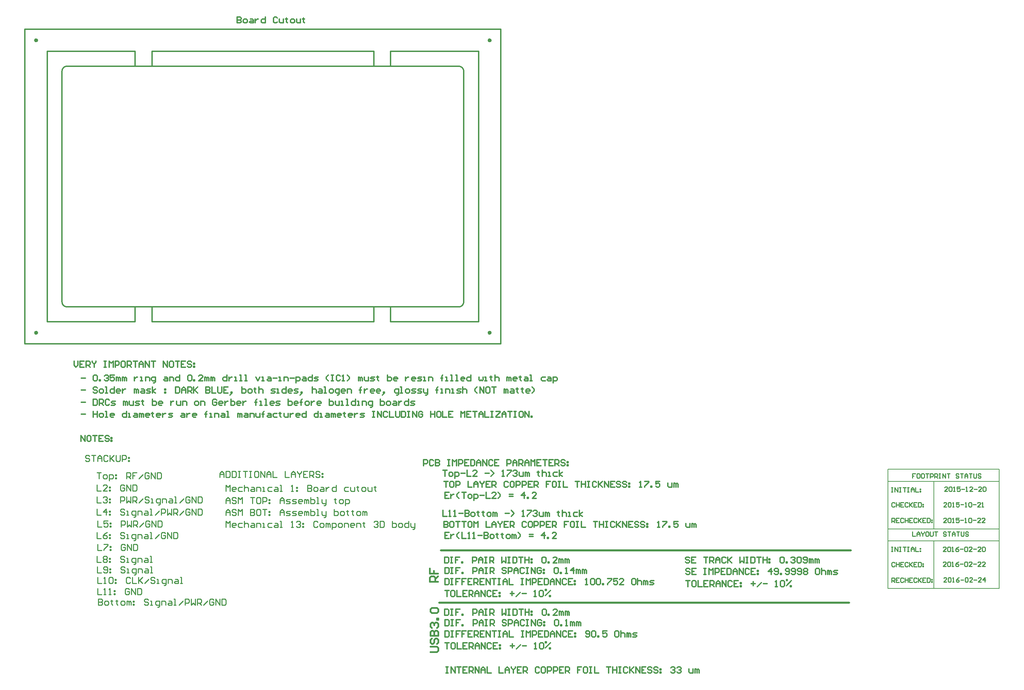
<source format=gm1>
G04 Layer_Color=16711935*
%FSLAX44Y44*%
%MOMM*%
G71*
G01*
G75*
%ADD10C,0.3090*%
%ADD11C,0.2000*%
%ADD17C,0.3000*%
%ADD96C,0.5000*%
%ADD97C,0.4000*%
%ADD101C,0.6000*%
%ADD167C,0.2540*%
D10*
X12700Y600000D02*
X987300D01*
D11*
X2332750Y-701500D02*
Y-583000D01*
X2055250Y-701500D02*
X2332750D01*
X2055250D02*
Y-583000D01*
X2169750Y-701500D02*
Y-583000D01*
X2055250D02*
X2332750D01*
X2055250D02*
Y-553000D01*
X2332750Y-583000D02*
Y-553000D01*
Y-434500D02*
Y-404500D01*
X2055250D02*
X2332750D01*
X2055250Y-434500D02*
Y-404500D01*
X2169750Y-553000D02*
Y-434500D01*
X2055250D02*
X2332750D01*
X2055250Y-553000D02*
Y-434500D01*
Y-553000D02*
X2332750D01*
Y-434500D01*
D17*
X0Y12700D02*
G03*
X12700Y0I12700J0D01*
G01*
X987300D02*
G03*
X1000000Y12700I0J12700D01*
G01*
Y587300D02*
G03*
X987300Y600000I-12700J0D01*
G01*
X12700D02*
G03*
X0Y587300I0J-12700D01*
G01*
X-36750Y-36750D02*
X182000D01*
X224000Y-36750D02*
X776000D01*
X-36750Y636750D02*
X182000D01*
X224000Y636750D02*
X776000D01*
X182000Y600000D02*
Y636750D01*
X224000Y600000D02*
Y636750D01*
X182000Y-36750D02*
Y0D01*
X224000Y-36750D02*
Y0D01*
X818000Y-36750D02*
X1036750D01*
X818000Y636750D02*
X1036750D01*
X818000Y600000D02*
Y636750D01*
X776000Y600000D02*
Y636750D01*
Y-36750D02*
Y0D01*
X818000Y-36750D02*
Y0D01*
X-36750Y321000D02*
Y636750D01*
Y-36750D02*
Y321000D01*
X-92000Y-92000D02*
X1092000D01*
X1036750Y-36750D02*
Y636750D01*
X-92000Y-92000D02*
Y692000D01*
X1092000D01*
Y-92000D02*
Y692000D01*
X0Y12700D02*
Y587300D01*
X12700Y0D02*
X987300D01*
X1000000Y12700D02*
Y587300D01*
X48000Y-177052D02*
X57997D01*
X77990Y-172054D02*
X80490Y-169554D01*
X85488D01*
X87987Y-172054D01*
Y-182050D01*
X85488Y-184550D01*
X80490D01*
X77990Y-182050D01*
Y-172054D01*
X92985Y-184550D02*
Y-182050D01*
X95485D01*
Y-184550D01*
X92985D01*
X105481Y-172054D02*
X107981Y-169554D01*
X112979D01*
X115478Y-172054D01*
Y-174553D01*
X112979Y-177052D01*
X110480D01*
X112979D01*
X115478Y-179551D01*
Y-182050D01*
X112979Y-184550D01*
X107981D01*
X105481Y-182050D01*
X130473Y-169554D02*
X120477D01*
Y-177052D01*
X125475Y-174553D01*
X127974D01*
X130473Y-177052D01*
Y-182050D01*
X127974Y-184550D01*
X122976D01*
X120477Y-182050D01*
X135472Y-184550D02*
Y-174553D01*
X137971D01*
X140470Y-177052D01*
Y-184550D01*
Y-177052D01*
X142969Y-174553D01*
X145468Y-177052D01*
Y-184550D01*
X150467D02*
Y-174553D01*
X152966D01*
X155465Y-177052D01*
Y-184550D01*
Y-177052D01*
X157964Y-174553D01*
X160464Y-177052D01*
Y-184550D01*
X180457Y-174553D02*
Y-184550D01*
Y-179551D01*
X182956Y-177052D01*
X185455Y-174553D01*
X187955D01*
X195452Y-184550D02*
X200451D01*
X197951D01*
Y-174553D01*
X195452D01*
X207948Y-184550D02*
Y-174553D01*
X215446D01*
X217945Y-177052D01*
Y-184550D01*
X227942Y-189548D02*
X230441D01*
X232940Y-187049D01*
Y-174553D01*
X225443D01*
X222943Y-177052D01*
Y-182050D01*
X225443Y-184550D01*
X232940D01*
X255433Y-174553D02*
X260431D01*
X262930Y-177052D01*
Y-184550D01*
X255433D01*
X252934Y-182050D01*
X255433Y-179551D01*
X262930D01*
X267929Y-184550D02*
Y-174553D01*
X275426D01*
X277926Y-177052D01*
Y-184550D01*
X292921Y-169554D02*
Y-184550D01*
X285423D01*
X282924Y-182050D01*
Y-177052D01*
X285423Y-174553D01*
X292921D01*
X312914Y-172054D02*
X315413Y-169554D01*
X320412D01*
X322911Y-172054D01*
Y-182050D01*
X320412Y-184550D01*
X315413D01*
X312914Y-182050D01*
Y-172054D01*
X327909Y-184550D02*
Y-182050D01*
X330409D01*
Y-184550D01*
X327909D01*
X350402D02*
X340405D01*
X350402Y-174553D01*
Y-172054D01*
X347903Y-169554D01*
X342905D01*
X340405Y-172054D01*
X355401Y-184550D02*
Y-174553D01*
X357900D01*
X360399Y-177052D01*
Y-184550D01*
Y-177052D01*
X362898Y-174553D01*
X365397Y-177052D01*
Y-184550D01*
X370396D02*
Y-174553D01*
X372895D01*
X375394Y-177052D01*
Y-184550D01*
Y-177052D01*
X377893Y-174553D01*
X380392Y-177052D01*
Y-184550D01*
X410383Y-169554D02*
Y-184550D01*
X402885D01*
X400386Y-182050D01*
Y-177052D01*
X402885Y-174553D01*
X410383D01*
X415381D02*
Y-184550D01*
Y-179551D01*
X417880Y-177052D01*
X420379Y-174553D01*
X422879D01*
X430376Y-184550D02*
X435375D01*
X432875D01*
Y-174553D01*
X430376D01*
X442872Y-184550D02*
X447871D01*
X445371D01*
Y-169554D01*
X442872D01*
X455368Y-184550D02*
X460367D01*
X457867D01*
Y-169554D01*
X455368D01*
X482859Y-174553D02*
X487858Y-184550D01*
X492856Y-174553D01*
X497854Y-184550D02*
X502853D01*
X500354D01*
Y-174553D01*
X497854D01*
X512850D02*
X517848D01*
X520347Y-177052D01*
Y-184550D01*
X512850D01*
X510350Y-182050D01*
X512850Y-179551D01*
X520347D01*
X525345Y-177052D02*
X535342D01*
X540341Y-184550D02*
X545339D01*
X542840D01*
Y-174553D01*
X540341D01*
X552837Y-184550D02*
Y-174553D01*
X560334D01*
X562833Y-177052D01*
Y-184550D01*
X567832Y-177052D02*
X577828D01*
X582827Y-189548D02*
Y-174553D01*
X590324D01*
X592824Y-177052D01*
Y-182050D01*
X590324Y-184550D01*
X582827D01*
X600321Y-174553D02*
X605320D01*
X607819Y-177052D01*
Y-184550D01*
X600321D01*
X597822Y-182050D01*
X600321Y-179551D01*
X607819D01*
X622814Y-169554D02*
Y-184550D01*
X615316D01*
X612817Y-182050D01*
Y-177052D01*
X615316Y-174553D01*
X622814D01*
X627812Y-184550D02*
X635310D01*
X637809Y-182050D01*
X635310Y-179551D01*
X630312D01*
X627812Y-177052D01*
X630312Y-174553D01*
X637809D01*
X662801Y-184550D02*
X657803Y-179551D01*
Y-174553D01*
X662801Y-169554D01*
X670299D02*
X675297D01*
X672798D01*
Y-184550D01*
X670299D01*
X675297D01*
X692791Y-172054D02*
X690292Y-169554D01*
X685294D01*
X682794Y-172054D01*
Y-182050D01*
X685294Y-184550D01*
X690292D01*
X692791Y-182050D01*
X697790Y-184550D02*
X702788D01*
X700289D01*
Y-169554D01*
X697790Y-172054D01*
X710286Y-184550D02*
X715284Y-179551D01*
Y-174553D01*
X710286Y-169554D01*
X737777Y-184550D02*
Y-174553D01*
X740276D01*
X742775Y-177052D01*
Y-184550D01*
Y-177052D01*
X745274Y-174553D01*
X747774Y-177052D01*
Y-184550D01*
X752772Y-174553D02*
Y-182050D01*
X755271Y-184550D01*
X762769D01*
Y-174553D01*
X767767Y-184550D02*
X775265D01*
X777764Y-182050D01*
X775265Y-179551D01*
X770266D01*
X767767Y-177052D01*
X770266Y-174553D01*
X777764D01*
X785261Y-172054D02*
Y-174553D01*
X782762D01*
X787761D01*
X785261D01*
Y-182050D01*
X787761Y-184550D01*
X810253Y-169554D02*
Y-184550D01*
X817751D01*
X820250Y-182050D01*
Y-179551D01*
Y-177052D01*
X817751Y-174553D01*
X810253D01*
X832746Y-184550D02*
X827748D01*
X825248Y-182050D01*
Y-177052D01*
X827748Y-174553D01*
X832746D01*
X835245Y-177052D01*
Y-179551D01*
X825248D01*
X855239Y-174553D02*
Y-184550D01*
Y-179551D01*
X857738Y-177052D01*
X860237Y-174553D01*
X862736D01*
X877731Y-184550D02*
X872733D01*
X870234Y-182050D01*
Y-177052D01*
X872733Y-174553D01*
X877731D01*
X880231Y-177052D01*
Y-179551D01*
X870234D01*
X885229Y-184550D02*
X892727D01*
X895226Y-182050D01*
X892727Y-179551D01*
X887728D01*
X885229Y-177052D01*
X887728Y-174553D01*
X895226D01*
X900224Y-184550D02*
X905222D01*
X902723D01*
Y-174553D01*
X900224D01*
X912720Y-184550D02*
Y-174553D01*
X920218D01*
X922717Y-177052D01*
Y-184550D01*
X945210D02*
Y-172054D01*
Y-177052D01*
X942710D01*
X947709D01*
X945210D01*
Y-172054D01*
X947709Y-169554D01*
X955206Y-184550D02*
X960205D01*
X957706D01*
Y-174553D01*
X955206D01*
X967702Y-184550D02*
X972701D01*
X970201D01*
Y-169554D01*
X967702D01*
X980198Y-184550D02*
X985197D01*
X982698D01*
Y-169554D01*
X980198D01*
X1000192Y-184550D02*
X995193D01*
X992694Y-182050D01*
Y-177052D01*
X995193Y-174553D01*
X1000192D01*
X1002691Y-177052D01*
Y-179551D01*
X992694D01*
X1017686Y-169554D02*
Y-184550D01*
X1010189D01*
X1007689Y-182050D01*
Y-177052D01*
X1010189Y-174553D01*
X1017686D01*
X1037680D02*
Y-182050D01*
X1040179Y-184550D01*
X1042678Y-182050D01*
X1045177Y-184550D01*
X1047676Y-182050D01*
Y-174553D01*
X1052675Y-184550D02*
X1057673D01*
X1055174D01*
Y-174553D01*
X1052675D01*
X1067670Y-172054D02*
Y-174553D01*
X1065171D01*
X1070169D01*
X1067670D01*
Y-182050D01*
X1070169Y-184550D01*
X1077667Y-169554D02*
Y-184550D01*
Y-177052D01*
X1080166Y-174553D01*
X1085164D01*
X1087663Y-177052D01*
Y-184550D01*
X1107657D02*
Y-174553D01*
X1110156D01*
X1112655Y-177052D01*
Y-184550D01*
Y-177052D01*
X1115155Y-174553D01*
X1117654Y-177052D01*
Y-184550D01*
X1130150D02*
X1125151D01*
X1122652Y-182050D01*
Y-177052D01*
X1125151Y-174553D01*
X1130150D01*
X1132649Y-177052D01*
Y-179551D01*
X1122652D01*
X1140146Y-172054D02*
Y-174553D01*
X1137647D01*
X1142646D01*
X1140146D01*
Y-182050D01*
X1142646Y-184550D01*
X1152642Y-174553D02*
X1157641D01*
X1160140Y-177052D01*
Y-184550D01*
X1152642D01*
X1150143Y-182050D01*
X1152642Y-179551D01*
X1160140D01*
X1165138Y-184550D02*
X1170137D01*
X1167638D01*
Y-169554D01*
X1165138D01*
X1202626Y-174553D02*
X1195129D01*
X1192629Y-177052D01*
Y-182050D01*
X1195129Y-184550D01*
X1202626D01*
X1210124Y-174553D02*
X1215122D01*
X1217621Y-177052D01*
Y-184550D01*
X1210124D01*
X1207625Y-182050D01*
X1210124Y-179551D01*
X1217621D01*
X1222620Y-189548D02*
Y-174553D01*
X1230117D01*
X1232617Y-177052D01*
Y-182050D01*
X1230117Y-184550D01*
X1222620D01*
X48000Y-207244D02*
X57997D01*
X87987Y-202246D02*
X85488Y-199747D01*
X80490D01*
X77990Y-202246D01*
Y-204745D01*
X80490Y-207244D01*
X85488D01*
X87987Y-209744D01*
Y-212243D01*
X85488Y-214742D01*
X80490D01*
X77990Y-212243D01*
X95485Y-214742D02*
X100483D01*
X102982Y-212243D01*
Y-207244D01*
X100483Y-204745D01*
X95485D01*
X92985Y-207244D01*
Y-212243D01*
X95485Y-214742D01*
X107981D02*
X112979D01*
X110480D01*
Y-199747D01*
X107981D01*
X130473D02*
Y-214742D01*
X122976D01*
X120477Y-212243D01*
Y-207244D01*
X122976Y-204745D01*
X130473D01*
X142969Y-214742D02*
X137971D01*
X135472Y-212243D01*
Y-207244D01*
X137971Y-204745D01*
X142969D01*
X145468Y-207244D01*
Y-209744D01*
X135472D01*
X150467Y-204745D02*
Y-214742D01*
Y-209744D01*
X152966Y-207244D01*
X155465Y-204745D01*
X157964D01*
X180457Y-214742D02*
Y-204745D01*
X182956D01*
X185455Y-207244D01*
Y-214742D01*
Y-207244D01*
X187955Y-204745D01*
X190454Y-207244D01*
Y-214742D01*
X197951Y-204745D02*
X202950D01*
X205449Y-207244D01*
Y-214742D01*
X197951D01*
X195452Y-212243D01*
X197951Y-209744D01*
X205449D01*
X210447Y-214742D02*
X217945D01*
X220444Y-212243D01*
X217945Y-209744D01*
X212947D01*
X210447Y-207244D01*
X212947Y-204745D01*
X220444D01*
X225443Y-214742D02*
Y-199747D01*
Y-209744D02*
X232940Y-204745D01*
X225443Y-209744D02*
X232940Y-214742D01*
X255433Y-204745D02*
X257932D01*
Y-207244D01*
X255433D01*
Y-204745D01*
Y-212243D02*
X257932D01*
Y-214742D01*
X255433D01*
Y-212243D01*
X282924Y-199747D02*
Y-214742D01*
X290422D01*
X292921Y-212243D01*
Y-202246D01*
X290422Y-199747D01*
X282924D01*
X297919Y-214742D02*
Y-204745D01*
X302917Y-199747D01*
X307916Y-204745D01*
Y-214742D01*
Y-207244D01*
X297919D01*
X312914Y-214742D02*
Y-199747D01*
X320412D01*
X322911Y-202246D01*
Y-207244D01*
X320412Y-209744D01*
X312914D01*
X317913D02*
X322911Y-214742D01*
X327909Y-199747D02*
Y-214742D01*
Y-209744D01*
X337906Y-199747D01*
X330409Y-207244D01*
X337906Y-214742D01*
X357900Y-199747D02*
Y-214742D01*
X365397D01*
X367896Y-212243D01*
Y-209744D01*
X365397Y-207244D01*
X357900D01*
X365397D01*
X367896Y-204745D01*
Y-202246D01*
X365397Y-199747D01*
X357900D01*
X372895D02*
Y-214742D01*
X382892D01*
X387890Y-199747D02*
Y-212243D01*
X390389Y-214742D01*
X395387D01*
X397887Y-212243D01*
Y-199747D01*
X412882D02*
X402885D01*
Y-214742D01*
X412882D01*
X402885Y-207244D02*
X407883D01*
X420379Y-217241D02*
X422879Y-214742D01*
Y-212243D01*
X420379D01*
Y-214742D01*
X422879D01*
X420379Y-217241D01*
X417880Y-219741D01*
X447870Y-199747D02*
Y-214742D01*
X455368D01*
X457867Y-212243D01*
Y-209744D01*
Y-207244D01*
X455368Y-204745D01*
X447870D01*
X465365Y-214742D02*
X470363D01*
X472862Y-212243D01*
Y-207244D01*
X470363Y-204745D01*
X465365D01*
X462866Y-207244D01*
Y-212243D01*
X465365Y-214742D01*
X480360Y-202246D02*
Y-204745D01*
X477861D01*
X482859D01*
X480360D01*
Y-212243D01*
X482859Y-214742D01*
X490357Y-199747D02*
Y-214742D01*
Y-207244D01*
X492856Y-204745D01*
X497854D01*
X500354Y-207244D01*
Y-214742D01*
X520347D02*
X527845D01*
X530344Y-212243D01*
X527845Y-209744D01*
X522846D01*
X520347Y-207244D01*
X522846Y-204745D01*
X530344D01*
X535342Y-214742D02*
X540341D01*
X537841D01*
Y-204745D01*
X535342D01*
X557835Y-199747D02*
Y-214742D01*
X550337D01*
X547838Y-212243D01*
Y-207244D01*
X550337Y-204745D01*
X557835D01*
X570331Y-214742D02*
X565332D01*
X562833Y-212243D01*
Y-207244D01*
X565332Y-204745D01*
X570331D01*
X572830Y-207244D01*
Y-209744D01*
X562833D01*
X577828Y-214742D02*
X585326D01*
X587825Y-212243D01*
X585326Y-209744D01*
X580328D01*
X577828Y-207244D01*
X580328Y-204745D01*
X587825D01*
X595323Y-217241D02*
X597822Y-214742D01*
Y-212243D01*
X595323D01*
Y-214742D01*
X597822D01*
X595323Y-217241D01*
X592824Y-219741D01*
X622814Y-199747D02*
Y-214742D01*
Y-207244D01*
X625313Y-204745D01*
X630312D01*
X632811Y-207244D01*
Y-214742D01*
X640308Y-204745D02*
X645307D01*
X647806Y-207244D01*
Y-214742D01*
X640308D01*
X637809Y-212243D01*
X640308Y-209744D01*
X647806D01*
X652804Y-214742D02*
X657803D01*
X655303D01*
Y-199747D01*
X652804D01*
X667799Y-214742D02*
X672798D01*
X675297Y-212243D01*
Y-207244D01*
X672798Y-204745D01*
X667799D01*
X665300Y-207244D01*
Y-212243D01*
X667799Y-214742D01*
X685294Y-219741D02*
X687793D01*
X690292Y-217241D01*
Y-204745D01*
X682794D01*
X680295Y-207244D01*
Y-212243D01*
X682794Y-214742D01*
X690292D01*
X702788D02*
X697790D01*
X695290Y-212243D01*
Y-207244D01*
X697790Y-204745D01*
X702788D01*
X705287Y-207244D01*
Y-209744D01*
X695290D01*
X710286Y-214742D02*
Y-204745D01*
X717783D01*
X720282Y-207244D01*
Y-214742D01*
X742775D02*
Y-202246D01*
Y-207244D01*
X740276D01*
X745274D01*
X742775D01*
Y-202246D01*
X745274Y-199747D01*
X752772Y-204745D02*
Y-214742D01*
Y-209744D01*
X755271Y-207244D01*
X757770Y-204745D01*
X760269D01*
X775265Y-214742D02*
X770266D01*
X767767Y-212243D01*
Y-207244D01*
X770266Y-204745D01*
X775265D01*
X777764Y-207244D01*
Y-209744D01*
X767767D01*
X790260Y-214742D02*
X785261D01*
X782762Y-212243D01*
Y-207244D01*
X785261Y-204745D01*
X790260D01*
X792759Y-207244D01*
Y-209744D01*
X782762D01*
X800256Y-217241D02*
X802756Y-214742D01*
Y-212243D01*
X800256D01*
Y-214742D01*
X802756D01*
X800256Y-217241D01*
X797757Y-219741D01*
X832746D02*
X835245D01*
X837744Y-217241D01*
Y-204745D01*
X830247D01*
X827747Y-207244D01*
Y-212243D01*
X830247Y-214742D01*
X837744D01*
X842743D02*
X847741D01*
X845242D01*
Y-199747D01*
X842743D01*
X857738Y-214742D02*
X862736D01*
X865235Y-212243D01*
Y-207244D01*
X862736Y-204745D01*
X857738D01*
X855239Y-207244D01*
Y-212243D01*
X857738Y-214742D01*
X870234D02*
X877731D01*
X880230Y-212243D01*
X877731Y-209744D01*
X872733D01*
X870234Y-207244D01*
X872733Y-204745D01*
X880230D01*
X885229Y-214742D02*
X892727D01*
X895226Y-212243D01*
X892727Y-209744D01*
X887728D01*
X885229Y-207244D01*
X887728Y-204745D01*
X895226D01*
X900224D02*
Y-212243D01*
X902723Y-214742D01*
X910221D01*
Y-217241D01*
X907722Y-219741D01*
X905222D01*
X910221Y-214742D02*
Y-204745D01*
X932714Y-214742D02*
Y-202246D01*
Y-207244D01*
X930214D01*
X935213D01*
X932714D01*
Y-202246D01*
X935213Y-199747D01*
X942710Y-214742D02*
X947709D01*
X945210D01*
Y-204745D01*
X942710D01*
X955206Y-214742D02*
Y-204745D01*
X962704D01*
X965203Y-207244D01*
Y-214742D01*
X970201D02*
X975200D01*
X972701D01*
Y-204745D01*
X970201D01*
X982697Y-214742D02*
X990195D01*
X992694Y-212243D01*
X990195Y-209744D01*
X985197D01*
X982697Y-207244D01*
X985197Y-204745D01*
X992694D01*
X997692Y-199747D02*
Y-214742D01*
Y-207244D01*
X1000192Y-204745D01*
X1005190D01*
X1007689Y-207244D01*
Y-214742D01*
X1032681D02*
X1027683Y-209744D01*
Y-204745D01*
X1032681Y-199747D01*
X1040179Y-214742D02*
Y-199747D01*
X1050175Y-214742D01*
Y-199747D01*
X1062672D02*
X1057673D01*
X1055174Y-202246D01*
Y-212243D01*
X1057673Y-214742D01*
X1062672D01*
X1065171Y-212243D01*
Y-202246D01*
X1062672Y-199747D01*
X1070169D02*
X1080166D01*
X1075167D01*
Y-214742D01*
X1100159D02*
Y-204745D01*
X1102659D01*
X1105158Y-207244D01*
Y-214742D01*
Y-207244D01*
X1107657Y-204745D01*
X1110156Y-207244D01*
Y-214742D01*
X1117654Y-204745D02*
X1122652D01*
X1125151Y-207244D01*
Y-214742D01*
X1117654D01*
X1115154Y-212243D01*
X1117654Y-209744D01*
X1125151D01*
X1132649Y-202246D02*
Y-204745D01*
X1130150D01*
X1135148D01*
X1132649D01*
Y-212243D01*
X1135148Y-214742D01*
X1145145Y-202246D02*
Y-204745D01*
X1142646D01*
X1147644D01*
X1145145D01*
Y-212243D01*
X1147644Y-214742D01*
X1162639D02*
X1157641D01*
X1155142Y-212243D01*
Y-207244D01*
X1157641Y-204745D01*
X1162639D01*
X1165138Y-207244D01*
Y-209744D01*
X1155142D01*
X1170137Y-214742D02*
X1175135Y-209744D01*
Y-204745D01*
X1170137Y-199747D01*
X48000Y-237437D02*
X57997D01*
X77990Y-229939D02*
Y-244935D01*
X85488D01*
X87987Y-242435D01*
Y-232439D01*
X85488Y-229939D01*
X77990D01*
X92985Y-244935D02*
Y-229939D01*
X100483D01*
X102982Y-232439D01*
Y-237437D01*
X100483Y-239936D01*
X92985D01*
X97984D02*
X102982Y-244935D01*
X117977Y-232439D02*
X115478Y-229939D01*
X110480D01*
X107981Y-232439D01*
Y-242435D01*
X110480Y-244935D01*
X115478D01*
X117977Y-242435D01*
X122976Y-244935D02*
X130473D01*
X132972Y-242435D01*
X130473Y-239936D01*
X125475D01*
X122976Y-237437D01*
X125475Y-234938D01*
X132972D01*
X152966Y-244935D02*
Y-234938D01*
X155465D01*
X157964Y-237437D01*
Y-244935D01*
Y-237437D01*
X160464Y-234938D01*
X162963Y-237437D01*
Y-244935D01*
X167961Y-234938D02*
Y-242435D01*
X170460Y-244935D01*
X177958D01*
Y-234938D01*
X182956Y-244935D02*
X190454D01*
X192953Y-242435D01*
X190454Y-239936D01*
X185455D01*
X182956Y-237437D01*
X185455Y-234938D01*
X192953D01*
X200451Y-232439D02*
Y-234938D01*
X197951D01*
X202950D01*
X200451D01*
Y-242435D01*
X202950Y-244935D01*
X225443Y-229939D02*
Y-244935D01*
X232940D01*
X235439Y-242435D01*
Y-239936D01*
Y-237437D01*
X232940Y-234938D01*
X225443D01*
X247935Y-244935D02*
X242937D01*
X240438Y-242435D01*
Y-237437D01*
X242937Y-234938D01*
X247935D01*
X250434Y-237437D01*
Y-239936D01*
X240438D01*
X270428Y-234938D02*
Y-244935D01*
Y-239936D01*
X272927Y-237437D01*
X275426Y-234938D01*
X277926D01*
X285423D02*
Y-242435D01*
X287922Y-244935D01*
X295420D01*
Y-234938D01*
X300418Y-244935D02*
Y-234938D01*
X307916D01*
X310415Y-237437D01*
Y-244935D01*
X332908D02*
X337906D01*
X340405Y-242435D01*
Y-237437D01*
X337906Y-234938D01*
X332908D01*
X330409Y-237437D01*
Y-242435D01*
X332908Y-244935D01*
X345404D02*
Y-234938D01*
X352901D01*
X355401Y-237437D01*
Y-244935D01*
X385391Y-232439D02*
X382892Y-229939D01*
X377893D01*
X375394Y-232439D01*
Y-242435D01*
X377893Y-244935D01*
X382892D01*
X385391Y-242435D01*
Y-237437D01*
X380392D01*
X397887Y-244935D02*
X392888D01*
X390389Y-242435D01*
Y-237437D01*
X392888Y-234938D01*
X397887D01*
X400386Y-237437D01*
Y-239936D01*
X390389D01*
X405384Y-234938D02*
Y-244935D01*
Y-239936D01*
X407883Y-237437D01*
X410383Y-234938D01*
X412882D01*
X420379Y-229939D02*
Y-244935D01*
X427877D01*
X430376Y-242435D01*
Y-239936D01*
Y-237437D01*
X427877Y-234938D01*
X420379D01*
X442872Y-244935D02*
X437874D01*
X435375Y-242435D01*
Y-237437D01*
X437874Y-234938D01*
X442872D01*
X445371Y-237437D01*
Y-239936D01*
X435375D01*
X450370Y-234938D02*
Y-244935D01*
Y-239936D01*
X452869Y-237437D01*
X455368Y-234938D01*
X457867D01*
X482859Y-244935D02*
Y-232439D01*
Y-237437D01*
X480360D01*
X485358D01*
X482859D01*
Y-232439D01*
X485358Y-229939D01*
X492856Y-244935D02*
X497854D01*
X495355D01*
Y-234938D01*
X492856D01*
X505352Y-244935D02*
X510350D01*
X507851D01*
Y-229939D01*
X505352D01*
X525345Y-244935D02*
X520347D01*
X517848Y-242435D01*
Y-237437D01*
X520347Y-234938D01*
X525345D01*
X527845Y-237437D01*
Y-239936D01*
X517848D01*
X532843Y-244935D02*
X540341D01*
X542840Y-242435D01*
X540341Y-239936D01*
X535342D01*
X532843Y-237437D01*
X535342Y-234938D01*
X542840D01*
X562833Y-229939D02*
Y-244935D01*
X570331D01*
X572830Y-242435D01*
Y-239936D01*
Y-237437D01*
X570331Y-234938D01*
X562833D01*
X585326Y-244935D02*
X580328D01*
X577828Y-242435D01*
Y-237437D01*
X580328Y-234938D01*
X585326D01*
X587825Y-237437D01*
Y-239936D01*
X577828D01*
X595323Y-244935D02*
Y-232439D01*
Y-237437D01*
X592824D01*
X597822D01*
X595323D01*
Y-232439D01*
X597822Y-229939D01*
X607819Y-244935D02*
X612817D01*
X615316Y-242435D01*
Y-237437D01*
X612817Y-234938D01*
X607819D01*
X605320Y-237437D01*
Y-242435D01*
X607819Y-244935D01*
X620315Y-234938D02*
Y-244935D01*
Y-239936D01*
X622814Y-237437D01*
X625313Y-234938D01*
X627812D01*
X642807Y-244935D02*
X637809D01*
X635310Y-242435D01*
Y-237437D01*
X637809Y-234938D01*
X642807D01*
X645307Y-237437D01*
Y-239936D01*
X635310D01*
X665300Y-229939D02*
Y-244935D01*
X672798D01*
X675297Y-242435D01*
Y-239936D01*
Y-237437D01*
X672798Y-234938D01*
X665300D01*
X680295D02*
Y-242435D01*
X682794Y-244935D01*
X690292D01*
Y-234938D01*
X695290Y-244935D02*
X700289D01*
X697790D01*
Y-234938D01*
X695290D01*
X707786Y-244935D02*
X712785D01*
X710286D01*
Y-229939D01*
X707786D01*
X730279D02*
Y-244935D01*
X722782D01*
X720282Y-242435D01*
Y-237437D01*
X722782Y-234938D01*
X730279D01*
X735277Y-244935D02*
X740276D01*
X737777D01*
Y-234938D01*
X735277D01*
X747774Y-244935D02*
Y-234938D01*
X755271D01*
X757770Y-237437D01*
Y-244935D01*
X767767Y-249933D02*
X770266D01*
X772765Y-247434D01*
Y-234938D01*
X765268D01*
X762769Y-237437D01*
Y-242435D01*
X765268Y-244935D01*
X772765D01*
X792759Y-229939D02*
Y-244935D01*
X800257D01*
X802756Y-242435D01*
Y-239936D01*
Y-237437D01*
X800257Y-234938D01*
X792759D01*
X810253Y-244935D02*
X815252D01*
X817751Y-242435D01*
Y-237437D01*
X815252Y-234938D01*
X810253D01*
X807754Y-237437D01*
Y-242435D01*
X810253Y-244935D01*
X825248Y-234938D02*
X830247D01*
X832746Y-237437D01*
Y-244935D01*
X825248D01*
X822749Y-242435D01*
X825248Y-239936D01*
X832746D01*
X837744Y-234938D02*
Y-244935D01*
Y-239936D01*
X840244Y-237437D01*
X842743Y-234938D01*
X845242D01*
X862736Y-229939D02*
Y-244935D01*
X855239D01*
X852739Y-242435D01*
Y-237437D01*
X855239Y-234938D01*
X862736D01*
X867735Y-244935D02*
X875232D01*
X877731Y-242435D01*
X875232Y-239936D01*
X870234D01*
X867735Y-237437D01*
X870234Y-234938D01*
X877731D01*
X48000Y-267630D02*
X57997D01*
X77990Y-260132D02*
Y-275127D01*
Y-267630D01*
X87987D01*
Y-260132D01*
Y-275127D01*
X95485D02*
X100483D01*
X102982Y-272628D01*
Y-267630D01*
X100483Y-265131D01*
X95485D01*
X92985Y-267630D01*
Y-272628D01*
X95485Y-275127D01*
X107981D02*
X112979D01*
X110480D01*
Y-260132D01*
X107981D01*
X127974Y-275127D02*
X122976D01*
X120477Y-272628D01*
Y-267630D01*
X122976Y-265131D01*
X127974D01*
X130473Y-267630D01*
Y-270129D01*
X120477D01*
X160464Y-260132D02*
Y-275127D01*
X152966D01*
X150467Y-272628D01*
Y-267630D01*
X152966Y-265131D01*
X160464D01*
X165462Y-275127D02*
X170460D01*
X167961D01*
Y-265131D01*
X165462D01*
X180457D02*
X185455D01*
X187955Y-267630D01*
Y-275127D01*
X180457D01*
X177958Y-272628D01*
X180457Y-270129D01*
X187955D01*
X192953Y-275127D02*
Y-265131D01*
X195452D01*
X197952Y-267630D01*
Y-275127D01*
Y-267630D01*
X200451Y-265131D01*
X202950Y-267630D01*
Y-275127D01*
X215446D02*
X210447D01*
X207948Y-272628D01*
Y-267630D01*
X210447Y-265131D01*
X215446D01*
X217945Y-267630D01*
Y-270129D01*
X207948D01*
X225443Y-262631D02*
Y-265131D01*
X222943D01*
X227942D01*
X225443D01*
Y-272628D01*
X227942Y-275127D01*
X242937D02*
X237938D01*
X235439Y-272628D01*
Y-267630D01*
X237938Y-265131D01*
X242937D01*
X245436Y-267630D01*
Y-270129D01*
X235439D01*
X250434Y-265131D02*
Y-275127D01*
Y-270129D01*
X252934Y-267630D01*
X255433Y-265131D01*
X257932D01*
X265430Y-275127D02*
X272927D01*
X275426Y-272628D01*
X272927Y-270129D01*
X267929D01*
X265430Y-267630D01*
X267929Y-265131D01*
X275426D01*
X297919D02*
X302917D01*
X305417Y-267630D01*
Y-275127D01*
X297919D01*
X295420Y-272628D01*
X297919Y-270129D01*
X305417D01*
X310415Y-265131D02*
Y-275127D01*
Y-270129D01*
X312914Y-267630D01*
X315413Y-265131D01*
X317913D01*
X332908Y-275127D02*
X327909D01*
X325410Y-272628D01*
Y-267630D01*
X327909Y-265131D01*
X332908D01*
X335407Y-267630D01*
Y-270129D01*
X325410D01*
X357900Y-275127D02*
Y-262631D01*
Y-267630D01*
X355401D01*
X360399D01*
X357900D01*
Y-262631D01*
X360399Y-260132D01*
X367896Y-275127D02*
X372895D01*
X370396D01*
Y-265131D01*
X367896D01*
X380392Y-275127D02*
Y-265131D01*
X387890D01*
X390389Y-267630D01*
Y-275127D01*
X397887Y-265131D02*
X402885D01*
X405384Y-267630D01*
Y-275127D01*
X397887D01*
X395388Y-272628D01*
X397887Y-270129D01*
X405384D01*
X410383Y-275127D02*
X415381D01*
X412882D01*
Y-260132D01*
X410383D01*
X437874Y-275127D02*
Y-265131D01*
X440373D01*
X442872Y-267630D01*
Y-275127D01*
Y-267630D01*
X445371Y-265131D01*
X447871Y-267630D01*
Y-275127D01*
X455368Y-265131D02*
X460367D01*
X462866Y-267630D01*
Y-275127D01*
X455368D01*
X452869Y-272628D01*
X455368Y-270129D01*
X462866D01*
X467864Y-275127D02*
Y-265131D01*
X475362D01*
X477861Y-267630D01*
Y-275127D01*
X482859Y-265131D02*
Y-272628D01*
X485358Y-275127D01*
X492856D01*
Y-265131D01*
X500354Y-275127D02*
Y-262631D01*
Y-267630D01*
X497854D01*
X502853D01*
X500354D01*
Y-262631D01*
X502853Y-260132D01*
X512850Y-265131D02*
X517848D01*
X520347Y-267630D01*
Y-275127D01*
X512850D01*
X510350Y-272628D01*
X512850Y-270129D01*
X520347D01*
X535342Y-265131D02*
X527845D01*
X525345Y-267630D01*
Y-272628D01*
X527845Y-275127D01*
X535342D01*
X542840Y-262631D02*
Y-265131D01*
X540341D01*
X545339D01*
X542840D01*
Y-272628D01*
X545339Y-275127D01*
X552837Y-265131D02*
Y-272628D01*
X555336Y-275127D01*
X562833D01*
Y-265131D01*
X567832D02*
Y-275127D01*
Y-270129D01*
X570331Y-267630D01*
X572830Y-265131D01*
X575329D01*
X590324Y-275127D02*
X585326D01*
X582827Y-272628D01*
Y-267630D01*
X585326Y-265131D01*
X590324D01*
X592824Y-267630D01*
Y-270129D01*
X582827D01*
X607819Y-260132D02*
Y-275127D01*
X600321D01*
X597822Y-272628D01*
Y-267630D01*
X600321Y-265131D01*
X607819D01*
X637809Y-260132D02*
Y-275127D01*
X630312D01*
X627812Y-272628D01*
Y-267630D01*
X630312Y-265131D01*
X637809D01*
X642807Y-275127D02*
X647806D01*
X645307D01*
Y-265131D01*
X642807D01*
X657803D02*
X662801D01*
X665300Y-267630D01*
Y-275127D01*
X657803D01*
X655303Y-272628D01*
X657803Y-270129D01*
X665300D01*
X670299Y-275127D02*
Y-265131D01*
X672798D01*
X675297Y-267630D01*
Y-275127D01*
Y-267630D01*
X677796Y-265131D01*
X680295Y-267630D01*
Y-275127D01*
X692791D02*
X687793D01*
X685294Y-272628D01*
Y-267630D01*
X687793Y-265131D01*
X692791D01*
X695291Y-267630D01*
Y-270129D01*
X685294D01*
X702788Y-262631D02*
Y-265131D01*
X700289D01*
X705287D01*
X702788D01*
Y-272628D01*
X705287Y-275127D01*
X720282D02*
X715284D01*
X712785Y-272628D01*
Y-267630D01*
X715284Y-265131D01*
X720282D01*
X722782Y-267630D01*
Y-270129D01*
X712785D01*
X727780Y-265131D02*
Y-275127D01*
Y-270129D01*
X730279Y-267630D01*
X732778Y-265131D01*
X735277D01*
X742775Y-275127D02*
X750273D01*
X752772Y-272628D01*
X750273Y-270129D01*
X745274D01*
X742775Y-267630D01*
X745274Y-265131D01*
X752772D01*
X772765Y-260132D02*
X777764D01*
X775265D01*
Y-275127D01*
X772765D01*
X777764D01*
X785261D02*
Y-260132D01*
X795258Y-275127D01*
Y-260132D01*
X810253Y-262631D02*
X807754Y-260132D01*
X802756D01*
X800257Y-262631D01*
Y-272628D01*
X802756Y-275127D01*
X807754D01*
X810253Y-272628D01*
X815252Y-260132D02*
Y-275127D01*
X825248D01*
X830247Y-260132D02*
Y-272628D01*
X832746Y-275127D01*
X837744D01*
X840244Y-272628D01*
Y-260132D01*
X845242D02*
Y-275127D01*
X852739D01*
X855239Y-272628D01*
Y-262631D01*
X852739Y-260132D01*
X845242D01*
X860237D02*
X865236D01*
X862736D01*
Y-275127D01*
X860237D01*
X865236D01*
X872733D02*
Y-260132D01*
X882730Y-275127D01*
Y-260132D01*
X897725Y-262631D02*
X895226Y-260132D01*
X890227D01*
X887728Y-262631D01*
Y-272628D01*
X890227Y-275127D01*
X895226D01*
X897725Y-272628D01*
Y-267630D01*
X892727D01*
X917719Y-260132D02*
Y-275127D01*
Y-267630D01*
X927715D01*
Y-260132D01*
Y-275127D01*
X940211Y-260132D02*
X935213D01*
X932714Y-262631D01*
Y-272628D01*
X935213Y-275127D01*
X940211D01*
X942710Y-272628D01*
Y-262631D01*
X940211Y-260132D01*
X947709D02*
Y-275127D01*
X957706D01*
X972701Y-260132D02*
X962704D01*
Y-275127D01*
X972701D01*
X962704Y-267630D02*
X967702D01*
X992694Y-275127D02*
Y-260132D01*
X997693Y-265131D01*
X1002691Y-260132D01*
Y-275127D01*
X1017686Y-260132D02*
X1007689D01*
Y-275127D01*
X1017686D01*
X1007689Y-267630D02*
X1012688D01*
X1022684Y-260132D02*
X1032681D01*
X1027683D01*
Y-275127D01*
X1037680D02*
Y-265131D01*
X1042678Y-260132D01*
X1047676Y-265131D01*
Y-275127D01*
Y-267630D01*
X1037680D01*
X1052675Y-260132D02*
Y-275127D01*
X1062672D01*
X1067670Y-260132D02*
X1072668D01*
X1070169D01*
Y-275127D01*
X1067670D01*
X1072668D01*
X1080166Y-260132D02*
X1090163D01*
Y-262631D01*
X1080166Y-272628D01*
Y-275127D01*
X1090163D01*
X1095161D02*
Y-265131D01*
X1100159Y-260132D01*
X1105158Y-265131D01*
Y-275127D01*
Y-267630D01*
X1095161D01*
X1110156Y-260132D02*
X1120153D01*
X1115154D01*
Y-275127D01*
X1125151Y-260132D02*
X1130150D01*
X1127651D01*
Y-275127D01*
X1125151D01*
X1130150D01*
X1145145Y-260132D02*
X1140146D01*
X1137647Y-262631D01*
Y-272628D01*
X1140146Y-275127D01*
X1145145D01*
X1147644Y-272628D01*
Y-262631D01*
X1145145Y-260132D01*
X1152642Y-275127D02*
Y-260132D01*
X1162639Y-275127D01*
Y-260132D01*
X1167637Y-275127D02*
Y-272628D01*
X1170137D01*
Y-275127D01*
X1167637D01*
X436250Y722745D02*
Y707750D01*
X443748D01*
X446247Y710249D01*
Y712748D01*
X443748Y715247D01*
X436250D01*
X443748D01*
X446247Y717747D01*
Y720246D01*
X443748Y722745D01*
X436250D01*
X453744Y707750D02*
X458743D01*
X461242Y710249D01*
Y715247D01*
X458743Y717747D01*
X453744D01*
X451245Y715247D01*
Y710249D01*
X453744Y707750D01*
X468740Y717747D02*
X473738D01*
X476237Y715247D01*
Y707750D01*
X468740D01*
X466240Y710249D01*
X468740Y712748D01*
X476237D01*
X481235Y717747D02*
Y707750D01*
Y712748D01*
X483735Y715247D01*
X486234Y717747D01*
X488733D01*
X506227Y722745D02*
Y707750D01*
X498730D01*
X496231Y710249D01*
Y715247D01*
X498730Y717747D01*
X506227D01*
X536218Y720246D02*
X533718Y722745D01*
X528720D01*
X526221Y720246D01*
Y710249D01*
X528720Y707750D01*
X533718D01*
X536218Y710249D01*
X541216Y717747D02*
Y710249D01*
X543715Y707750D01*
X551213D01*
Y717747D01*
X558710Y720246D02*
Y717747D01*
X556211D01*
X561209D01*
X558710D01*
Y710249D01*
X561209Y707750D01*
X571206D02*
X576205D01*
X578704Y710249D01*
Y715247D01*
X576205Y717747D01*
X571206D01*
X568707Y715247D01*
Y710249D01*
X571206Y707750D01*
X583702Y717747D02*
Y710249D01*
X586201Y707750D01*
X593699D01*
Y717747D01*
X601197Y720246D02*
Y717747D01*
X598697D01*
X603696D01*
X601197D01*
Y710249D01*
X603696Y707750D01*
X953500Y-807255D02*
Y-822250D01*
X960998D01*
X963497Y-819751D01*
Y-809754D01*
X960998Y-807255D01*
X953500D01*
X968495D02*
X973494D01*
X970994D01*
Y-822250D01*
X968495D01*
X973494D01*
X990988Y-807255D02*
X980991D01*
Y-814752D01*
X985990D01*
X980991D01*
Y-822250D01*
X1005983Y-807255D02*
X995986D01*
Y-814752D01*
X1000985D01*
X995986D01*
Y-822250D01*
X1020978Y-807255D02*
X1010982D01*
Y-822250D01*
X1020978D01*
X1010982Y-814752D02*
X1015980D01*
X1025977Y-822250D02*
Y-807255D01*
X1033474D01*
X1035974Y-809754D01*
Y-814752D01*
X1033474Y-817252D01*
X1025977D01*
X1030975D02*
X1035974Y-822250D01*
X1050969Y-807255D02*
X1040972D01*
Y-822250D01*
X1050969D01*
X1040972Y-814752D02*
X1045970D01*
X1055967Y-822250D02*
Y-807255D01*
X1065964Y-822250D01*
Y-807255D01*
X1070962D02*
X1080959D01*
X1075961D01*
Y-822250D01*
X1085957Y-807255D02*
X1090956D01*
X1088456D01*
Y-822250D01*
X1085957D01*
X1090956D01*
X1098453D02*
Y-812253D01*
X1103452Y-807255D01*
X1108450Y-812253D01*
Y-822250D01*
Y-814752D01*
X1098453D01*
X1113448Y-807255D02*
Y-822250D01*
X1123445D01*
X1143439Y-807255D02*
X1148437D01*
X1145938D01*
Y-822250D01*
X1143439D01*
X1148437D01*
X1155935D02*
Y-807255D01*
X1160933Y-812253D01*
X1165931Y-807255D01*
Y-822250D01*
X1170930D02*
Y-807255D01*
X1178427D01*
X1180927Y-809754D01*
Y-814752D01*
X1178427Y-817252D01*
X1170930D01*
X1195922Y-807255D02*
X1185925D01*
Y-822250D01*
X1195922D01*
X1185925Y-814752D02*
X1190923D01*
X1200920Y-807255D02*
Y-822250D01*
X1208418D01*
X1210917Y-819751D01*
Y-809754D01*
X1208418Y-807255D01*
X1200920D01*
X1215915Y-822250D02*
Y-812253D01*
X1220914Y-807255D01*
X1225912Y-812253D01*
Y-822250D01*
Y-814752D01*
X1215915D01*
X1230910Y-822250D02*
Y-807255D01*
X1240907Y-822250D01*
Y-807255D01*
X1255902Y-809754D02*
X1253403Y-807255D01*
X1248405D01*
X1245906Y-809754D01*
Y-819751D01*
X1248405Y-822250D01*
X1253403D01*
X1255902Y-819751D01*
X1270897Y-807255D02*
X1260901D01*
Y-822250D01*
X1270897D01*
X1260901Y-814752D02*
X1265899D01*
X1275896Y-812253D02*
X1278395D01*
Y-814752D01*
X1275896D01*
Y-812253D01*
Y-819751D02*
X1278395D01*
Y-822250D01*
X1275896D01*
Y-819751D01*
X1303387D02*
X1305886Y-822250D01*
X1310885D01*
X1313384Y-819751D01*
Y-809754D01*
X1310885Y-807255D01*
X1305886D01*
X1303387Y-809754D01*
Y-812253D01*
X1305886Y-814752D01*
X1313384D01*
X1318382Y-809754D02*
X1320881Y-807255D01*
X1325880D01*
X1328379Y-809754D01*
Y-819751D01*
X1325880Y-822250D01*
X1320881D01*
X1318382Y-819751D01*
Y-809754D01*
X1333377Y-822250D02*
Y-819751D01*
X1335876D01*
Y-822250D01*
X1333377D01*
X1355870Y-807255D02*
X1345873D01*
Y-814752D01*
X1350872Y-812253D01*
X1353371D01*
X1355870Y-814752D01*
Y-819751D01*
X1353371Y-822250D01*
X1348372D01*
X1345873Y-819751D01*
X1383361Y-807255D02*
X1378363D01*
X1375863Y-809754D01*
Y-819751D01*
X1378363Y-822250D01*
X1383361D01*
X1385860Y-819751D01*
Y-809754D01*
X1383361Y-807255D01*
X1390859D02*
Y-822250D01*
Y-814752D01*
X1393358Y-812253D01*
X1398356D01*
X1400855Y-814752D01*
Y-822250D01*
X1405854D02*
Y-812253D01*
X1408353D01*
X1410852Y-814752D01*
Y-822250D01*
Y-814752D01*
X1413351Y-812253D01*
X1415851Y-814752D01*
Y-822250D01*
X1420849D02*
X1428347D01*
X1430846Y-819751D01*
X1428347Y-817252D01*
X1423348D01*
X1420849Y-814752D01*
X1423348Y-812253D01*
X1430846D01*
X953500Y-837255D02*
X963497D01*
X958499D01*
Y-852250D01*
X975993Y-837255D02*
X970994D01*
X968495Y-839754D01*
Y-849751D01*
X970994Y-852250D01*
X975993D01*
X978492Y-849751D01*
Y-839754D01*
X975993Y-837255D01*
X983491D02*
Y-852250D01*
X993487D01*
X1008482Y-837255D02*
X998486D01*
Y-852250D01*
X1008482D01*
X998486Y-844752D02*
X1003484D01*
X1013481Y-852250D02*
Y-837255D01*
X1020978D01*
X1023477Y-839754D01*
Y-844752D01*
X1020978Y-847252D01*
X1013481D01*
X1018479D02*
X1023477Y-852250D01*
X1028476D02*
Y-842253D01*
X1033474Y-837255D01*
X1038473Y-842253D01*
Y-852250D01*
Y-844752D01*
X1028476D01*
X1043471Y-852250D02*
Y-837255D01*
X1053468Y-852250D01*
Y-837255D01*
X1068463Y-839754D02*
X1065964Y-837255D01*
X1060965D01*
X1058466Y-839754D01*
Y-849751D01*
X1060965Y-852250D01*
X1065964D01*
X1068463Y-849751D01*
X1083458Y-837255D02*
X1073461D01*
Y-852250D01*
X1083458D01*
X1073461Y-844752D02*
X1078460D01*
X1088456Y-842253D02*
X1090956D01*
Y-844752D01*
X1088456D01*
Y-842253D01*
Y-849751D02*
X1090956D01*
Y-852250D01*
X1088456D01*
Y-849751D01*
X1115948Y-844752D02*
X1125944D01*
X1120946Y-839754D02*
Y-849751D01*
X1130943Y-852250D02*
X1140939Y-842253D01*
X1145938Y-844752D02*
X1155935D01*
X1175928Y-852250D02*
X1180927D01*
X1178427D01*
Y-837255D01*
X1175928Y-839754D01*
X1188424D02*
X1190923Y-837255D01*
X1195922D01*
X1198421Y-839754D01*
Y-849751D01*
X1195922Y-852250D01*
X1190923D01*
X1188424Y-849751D01*
Y-839754D01*
X1203419Y-849751D02*
X1215915Y-837255D01*
X1203419D02*
Y-834756D01*
X1205919D01*
Y-837255D01*
X1203419D01*
X1213416Y-852250D02*
Y-849751D01*
X1215915D01*
Y-852250D01*
X1213416D01*
X953500Y-779755D02*
Y-794750D01*
X960998D01*
X963497Y-792251D01*
Y-782254D01*
X960998Y-779755D01*
X953500D01*
X968495D02*
X973494D01*
X970994D01*
Y-794750D01*
X968495D01*
X973494D01*
X990988Y-779755D02*
X980991D01*
Y-787252D01*
X985990D01*
X980991D01*
Y-794750D01*
X995986D02*
Y-792251D01*
X998486D01*
Y-794750D01*
X995986D01*
X1023478D02*
Y-779755D01*
X1030975D01*
X1033474Y-782254D01*
Y-787252D01*
X1030975Y-789752D01*
X1023478D01*
X1038473Y-794750D02*
Y-784753D01*
X1043471Y-779755D01*
X1048469Y-784753D01*
Y-794750D01*
Y-787252D01*
X1038473D01*
X1053468Y-779755D02*
X1058466D01*
X1055967D01*
Y-794750D01*
X1053468D01*
X1058466D01*
X1065964D02*
Y-779755D01*
X1073461D01*
X1075961Y-782254D01*
Y-787252D01*
X1073461Y-789752D01*
X1065964D01*
X1070962D02*
X1075961Y-794750D01*
X1105951Y-782254D02*
X1103452Y-779755D01*
X1098453D01*
X1095954Y-782254D01*
Y-784753D01*
X1098453Y-787252D01*
X1103452D01*
X1105951Y-789752D01*
Y-792251D01*
X1103452Y-794750D01*
X1098453D01*
X1095954Y-792251D01*
X1110949Y-794750D02*
Y-779755D01*
X1118447D01*
X1120946Y-782254D01*
Y-787252D01*
X1118447Y-789752D01*
X1110949D01*
X1125944Y-794750D02*
Y-784753D01*
X1130943Y-779755D01*
X1135941Y-784753D01*
Y-794750D01*
Y-787252D01*
X1125944D01*
X1150936Y-782254D02*
X1148437Y-779755D01*
X1143439D01*
X1140939Y-782254D01*
Y-792251D01*
X1143439Y-794750D01*
X1148437D01*
X1150936Y-792251D01*
X1155935Y-779755D02*
X1160933D01*
X1158434D01*
Y-794750D01*
X1155935D01*
X1160933D01*
X1168431D02*
Y-779755D01*
X1178427Y-794750D01*
Y-779755D01*
X1193422Y-782254D02*
X1190923Y-779755D01*
X1185925D01*
X1183426Y-782254D01*
Y-792251D01*
X1185925Y-794750D01*
X1190923D01*
X1193422Y-792251D01*
Y-787252D01*
X1188424D01*
X1198421Y-784753D02*
X1200920D01*
Y-787252D01*
X1198421D01*
Y-784753D01*
Y-792251D02*
X1200920D01*
Y-794750D01*
X1198421D01*
Y-792251D01*
X1225912Y-782254D02*
X1228411Y-779755D01*
X1233410D01*
X1235909Y-782254D01*
Y-792251D01*
X1233410Y-794750D01*
X1228411D01*
X1225912Y-792251D01*
Y-782254D01*
X1240907Y-794750D02*
Y-792251D01*
X1243406D01*
Y-794750D01*
X1240907D01*
X1253403D02*
X1258401D01*
X1255902D01*
Y-779755D01*
X1253403Y-782254D01*
X1265899Y-794750D02*
Y-784753D01*
X1268398D01*
X1270898Y-787252D01*
Y-794750D01*
Y-787252D01*
X1273397Y-784753D01*
X1275896Y-787252D01*
Y-794750D01*
X1280894D02*
Y-784753D01*
X1283393D01*
X1285893Y-787252D01*
Y-794750D01*
Y-787252D01*
X1288392Y-784753D01*
X1290891Y-787252D01*
Y-794750D01*
X952750Y-753505D02*
Y-768500D01*
X960248D01*
X962747Y-766001D01*
Y-756004D01*
X960248Y-753505D01*
X952750D01*
X967745D02*
X972744D01*
X970245D01*
Y-768500D01*
X967745D01*
X972744D01*
X990238Y-753505D02*
X980241D01*
Y-761002D01*
X985240D01*
X980241D01*
Y-768500D01*
X995237D02*
Y-766001D01*
X997736D01*
Y-768500D01*
X995237D01*
X1022728D02*
Y-753505D01*
X1030225D01*
X1032724Y-756004D01*
Y-761002D01*
X1030225Y-763502D01*
X1022728D01*
X1037723Y-768500D02*
Y-758503D01*
X1042721Y-753505D01*
X1047719Y-758503D01*
Y-768500D01*
Y-761002D01*
X1037723D01*
X1052718Y-753505D02*
X1057716D01*
X1055217D01*
Y-768500D01*
X1052718D01*
X1057716D01*
X1065214D02*
Y-753505D01*
X1072711D01*
X1075211Y-756004D01*
Y-761002D01*
X1072711Y-763502D01*
X1065214D01*
X1070212D02*
X1075211Y-768500D01*
X1095204Y-753505D02*
Y-768500D01*
X1100202Y-763502D01*
X1105201Y-768500D01*
Y-753505D01*
X1110199D02*
X1115198D01*
X1112698D01*
Y-768500D01*
X1110199D01*
X1115198D01*
X1122695Y-753505D02*
Y-768500D01*
X1130193D01*
X1132692Y-766001D01*
Y-756004D01*
X1130193Y-753505D01*
X1122695D01*
X1137690D02*
X1147687D01*
X1142689D01*
Y-768500D01*
X1152685Y-753505D02*
Y-768500D01*
Y-761002D01*
X1162682D01*
Y-753505D01*
Y-768500D01*
X1167681Y-758503D02*
X1170180D01*
Y-761002D01*
X1167681D01*
Y-758503D01*
Y-766001D02*
X1170180D01*
Y-768500D01*
X1167681D01*
Y-766001D01*
X1195172Y-756004D02*
X1197671Y-753505D01*
X1202669D01*
X1205169Y-756004D01*
Y-766001D01*
X1202669Y-768500D01*
X1197671D01*
X1195172Y-766001D01*
Y-756004D01*
X1210167Y-768500D02*
Y-766001D01*
X1212666D01*
Y-768500D01*
X1210167D01*
X1232660D02*
X1222663D01*
X1232660Y-758503D01*
Y-756004D01*
X1230160Y-753505D01*
X1225162D01*
X1222663Y-756004D01*
X1237658Y-768500D02*
Y-758503D01*
X1240157D01*
X1242656Y-761002D01*
Y-768500D01*
Y-761002D01*
X1245156Y-758503D01*
X1247655Y-761002D01*
Y-768500D01*
X1252653D02*
Y-758503D01*
X1255152D01*
X1257652Y-761002D01*
Y-768500D01*
Y-761002D01*
X1260151Y-758503D01*
X1262650Y-761002D01*
Y-768500D01*
X30000Y-135005D02*
Y-145002D01*
X34998Y-150000D01*
X39997Y-145002D01*
Y-135005D01*
X54992D02*
X44995D01*
Y-150000D01*
X54992D01*
X44995Y-142502D02*
X49994D01*
X59990Y-150000D02*
Y-135005D01*
X67488D01*
X69987Y-137504D01*
Y-142502D01*
X67488Y-145002D01*
X59990D01*
X64989D02*
X69987Y-150000D01*
X74985Y-135005D02*
Y-137504D01*
X79984Y-142502D01*
X84982Y-137504D01*
Y-135005D01*
X79984Y-142502D02*
Y-150000D01*
X104976Y-135005D02*
X109974D01*
X107475D01*
Y-150000D01*
X104976D01*
X109974D01*
X117472D02*
Y-135005D01*
X122470Y-140003D01*
X127468Y-135005D01*
Y-150000D01*
X132467D02*
Y-135005D01*
X139964D01*
X142464Y-137504D01*
Y-142502D01*
X139964Y-145002D01*
X132467D01*
X154959Y-135005D02*
X149961D01*
X147462Y-137504D01*
Y-147501D01*
X149961Y-150000D01*
X154959D01*
X157459Y-147501D01*
Y-137504D01*
X154959Y-135005D01*
X162457Y-150000D02*
Y-135005D01*
X169955D01*
X172454Y-137504D01*
Y-142502D01*
X169955Y-145002D01*
X162457D01*
X167456D02*
X172454Y-150000D01*
X177452Y-135005D02*
X187449D01*
X182451D01*
Y-150000D01*
X192447D02*
Y-140003D01*
X197446Y-135005D01*
X202444Y-140003D01*
Y-150000D01*
Y-142502D01*
X192447D01*
X207442Y-150000D02*
Y-135005D01*
X217439Y-150000D01*
Y-135005D01*
X222438D02*
X232434D01*
X227436D01*
Y-150000D01*
X252428D02*
Y-135005D01*
X262425Y-150000D01*
Y-135005D01*
X274921D02*
X269922D01*
X267423Y-137504D01*
Y-147501D01*
X269922Y-150000D01*
X274921D01*
X277420Y-147501D01*
Y-137504D01*
X274921Y-135005D01*
X282418D02*
X292415D01*
X287417D01*
Y-150000D01*
X307410Y-135005D02*
X297413D01*
Y-150000D01*
X307410D01*
X297413Y-142502D02*
X302412D01*
X322405Y-137504D02*
X319906Y-135005D01*
X314908D01*
X312409Y-137504D01*
Y-140003D01*
X314908Y-142502D01*
X319906D01*
X322405Y-145002D01*
Y-147501D01*
X319906Y-150000D01*
X314908D01*
X312409Y-147501D01*
X327404Y-140003D02*
X329903D01*
Y-142502D01*
X327404D01*
Y-140003D01*
Y-147501D02*
X329903D01*
Y-150000D01*
X327404D01*
Y-147501D01*
X955750Y-897255D02*
X960748D01*
X958249D01*
Y-912250D01*
X955750D01*
X960748D01*
X968246D02*
Y-897255D01*
X978243Y-912250D01*
Y-897255D01*
X983241D02*
X993238D01*
X988240D01*
Y-912250D01*
X1008233Y-897255D02*
X998236D01*
Y-912250D01*
X1008233D01*
X998236Y-904752D02*
X1003235D01*
X1013231Y-912250D02*
Y-897255D01*
X1020729D01*
X1023228Y-899754D01*
Y-904752D01*
X1020729Y-907252D01*
X1013231D01*
X1018230D02*
X1023228Y-912250D01*
X1028226D02*
Y-897255D01*
X1038223Y-912250D01*
Y-897255D01*
X1043222Y-912250D02*
Y-902253D01*
X1048220Y-897255D01*
X1053218Y-902253D01*
Y-912250D01*
Y-904752D01*
X1043222D01*
X1058217Y-897255D02*
Y-912250D01*
X1068214D01*
X1088207Y-897255D02*
Y-912250D01*
X1098204D01*
X1103202D02*
Y-902253D01*
X1108201Y-897255D01*
X1113199Y-902253D01*
Y-912250D01*
Y-904752D01*
X1103202D01*
X1118197Y-897255D02*
Y-899754D01*
X1123196Y-904752D01*
X1128194Y-899754D01*
Y-897255D01*
X1123196Y-904752D02*
Y-912250D01*
X1143189Y-897255D02*
X1133193D01*
Y-912250D01*
X1143189D01*
X1133193Y-904752D02*
X1138191D01*
X1148188Y-912250D02*
Y-897255D01*
X1155685D01*
X1158184Y-899754D01*
Y-904752D01*
X1155685Y-907252D01*
X1148188D01*
X1153186D02*
X1158184Y-912250D01*
X1188175Y-899754D02*
X1185676Y-897255D01*
X1180677D01*
X1178178Y-899754D01*
Y-909751D01*
X1180677Y-912250D01*
X1185676D01*
X1188175Y-909751D01*
X1200671Y-897255D02*
X1195672D01*
X1193173Y-899754D01*
Y-909751D01*
X1195672Y-912250D01*
X1200671D01*
X1203170Y-909751D01*
Y-899754D01*
X1200671Y-897255D01*
X1208168Y-912250D02*
Y-897255D01*
X1215666D01*
X1218165Y-899754D01*
Y-904752D01*
X1215666Y-907252D01*
X1208168D01*
X1223163Y-912250D02*
Y-897255D01*
X1230661D01*
X1233160Y-899754D01*
Y-904752D01*
X1230661Y-907252D01*
X1223163D01*
X1248155Y-897255D02*
X1238158D01*
Y-912250D01*
X1248155D01*
X1238158Y-904752D02*
X1243157D01*
X1253154Y-912250D02*
Y-897255D01*
X1260651D01*
X1263150Y-899754D01*
Y-904752D01*
X1260651Y-907252D01*
X1253154D01*
X1258152D02*
X1263150Y-912250D01*
X1293141Y-897255D02*
X1283144D01*
Y-904752D01*
X1288142D01*
X1283144D01*
Y-912250D01*
X1305637Y-897255D02*
X1300638D01*
X1298139Y-899754D01*
Y-909751D01*
X1300638Y-912250D01*
X1305637D01*
X1308136Y-909751D01*
Y-899754D01*
X1305637Y-897255D01*
X1313134D02*
X1318133D01*
X1315633D01*
Y-912250D01*
X1313134D01*
X1318133D01*
X1325630Y-897255D02*
Y-912250D01*
X1335627D01*
X1355621Y-897255D02*
X1365617D01*
X1360619D01*
Y-912250D01*
X1370616Y-897255D02*
Y-912250D01*
Y-904752D01*
X1380612D01*
Y-897255D01*
Y-912250D01*
X1385611Y-897255D02*
X1390609D01*
X1388110D01*
Y-912250D01*
X1385611D01*
X1390609D01*
X1408103Y-899754D02*
X1405604Y-897255D01*
X1400606D01*
X1398107Y-899754D01*
Y-909751D01*
X1400606Y-912250D01*
X1405604D01*
X1408103Y-909751D01*
X1413102Y-897255D02*
Y-912250D01*
Y-907252D01*
X1423099Y-897255D01*
X1415601Y-904752D01*
X1423099Y-912250D01*
X1428097D02*
Y-897255D01*
X1438094Y-912250D01*
Y-897255D01*
X1453089D02*
X1443092D01*
Y-912250D01*
X1453089D01*
X1443092Y-904752D02*
X1448091D01*
X1468084Y-899754D02*
X1465585Y-897255D01*
X1460587D01*
X1458087Y-899754D01*
Y-902253D01*
X1460587Y-904752D01*
X1465585D01*
X1468084Y-907252D01*
Y-909751D01*
X1465585Y-912250D01*
X1460587D01*
X1458087Y-909751D01*
X1483079Y-899754D02*
X1480580Y-897255D01*
X1475582D01*
X1473082Y-899754D01*
Y-902253D01*
X1475582Y-904752D01*
X1480580D01*
X1483079Y-907252D01*
Y-909751D01*
X1480580Y-912250D01*
X1475582D01*
X1473082Y-909751D01*
X1488078Y-902253D02*
X1490577D01*
Y-904752D01*
X1488078D01*
Y-902253D01*
Y-909751D02*
X1490577D01*
Y-912250D01*
X1488078D01*
Y-909751D01*
X1515569Y-899754D02*
X1518068Y-897255D01*
X1523066D01*
X1525565Y-899754D01*
Y-902253D01*
X1523066Y-904752D01*
X1520567D01*
X1523066D01*
X1525565Y-907252D01*
Y-909751D01*
X1523066Y-912250D01*
X1518068D01*
X1515569Y-909751D01*
X1530564Y-899754D02*
X1533063Y-897255D01*
X1538061D01*
X1540561Y-899754D01*
Y-902253D01*
X1538061Y-904752D01*
X1535562D01*
X1538061D01*
X1540561Y-907252D01*
Y-909751D01*
X1538061Y-912250D01*
X1533063D01*
X1530564Y-909751D01*
X1560554Y-902253D02*
Y-909751D01*
X1563053Y-912250D01*
X1570551D01*
Y-902253D01*
X1575549Y-912250D02*
Y-902253D01*
X1578049D01*
X1580548Y-904752D01*
Y-912250D01*
Y-904752D01*
X1583047Y-902253D01*
X1585546Y-904752D01*
Y-912250D01*
X47250Y-335250D02*
Y-320255D01*
X57247Y-335250D01*
Y-320255D01*
X69743D02*
X64744D01*
X62245Y-322754D01*
Y-332751D01*
X64744Y-335250D01*
X69743D01*
X72242Y-332751D01*
Y-322754D01*
X69743Y-320255D01*
X77240D02*
X87237D01*
X82239D01*
Y-335250D01*
X102232Y-320255D02*
X92235D01*
Y-335250D01*
X102232D01*
X92235Y-327752D02*
X97234D01*
X117227Y-322754D02*
X114728Y-320255D01*
X109730D01*
X107231Y-322754D01*
Y-325253D01*
X109730Y-327752D01*
X114728D01*
X117227Y-330252D01*
Y-332751D01*
X114728Y-335250D01*
X109730D01*
X107231Y-332751D01*
X122226Y-325253D02*
X124725D01*
Y-327752D01*
X122226D01*
Y-325253D01*
Y-332751D02*
X124725D01*
Y-335250D01*
X122226D01*
Y-332751D01*
X899750Y-395750D02*
Y-380755D01*
X907247D01*
X909747Y-383254D01*
Y-388252D01*
X907247Y-390752D01*
X899750D01*
X924742Y-383254D02*
X922243Y-380755D01*
X917244D01*
X914745Y-383254D01*
Y-393251D01*
X917244Y-395750D01*
X922243D01*
X924742Y-393251D01*
X929740Y-380755D02*
Y-395750D01*
X937238D01*
X939737Y-393251D01*
Y-390752D01*
X937238Y-388252D01*
X929740D01*
X937238D01*
X939737Y-385753D01*
Y-383254D01*
X937238Y-380755D01*
X929740D01*
X959731D02*
X964729D01*
X962230D01*
Y-395750D01*
X959731D01*
X964729D01*
X972226D02*
Y-380755D01*
X977225Y-385753D01*
X982223Y-380755D01*
Y-395750D01*
X987222D02*
Y-380755D01*
X994719D01*
X997218Y-383254D01*
Y-388252D01*
X994719Y-390752D01*
X987222D01*
X1012214Y-380755D02*
X1002217D01*
Y-395750D01*
X1012214D01*
X1002217Y-388252D02*
X1007215D01*
X1017212Y-380755D02*
Y-395750D01*
X1024709D01*
X1027209Y-393251D01*
Y-383254D01*
X1024709Y-380755D01*
X1017212D01*
X1032207Y-395750D02*
Y-385753D01*
X1037206Y-380755D01*
X1042204Y-385753D01*
Y-395750D01*
Y-388252D01*
X1032207D01*
X1047202Y-395750D02*
Y-380755D01*
X1057199Y-395750D01*
Y-380755D01*
X1072194Y-383254D02*
X1069695Y-380755D01*
X1064697D01*
X1062197Y-383254D01*
Y-393251D01*
X1064697Y-395750D01*
X1069695D01*
X1072194Y-393251D01*
X1087189Y-380755D02*
X1077193D01*
Y-395750D01*
X1087189D01*
X1077193Y-388252D02*
X1082191D01*
X1107183Y-395750D02*
Y-380755D01*
X1114680D01*
X1117180Y-383254D01*
Y-388252D01*
X1114680Y-390752D01*
X1107183D01*
X1122178Y-395750D02*
Y-385753D01*
X1127176Y-380755D01*
X1132175Y-385753D01*
Y-395750D01*
Y-388252D01*
X1122178D01*
X1137173Y-395750D02*
Y-380755D01*
X1144671D01*
X1147170Y-383254D01*
Y-388252D01*
X1144671Y-390752D01*
X1137173D01*
X1142171D02*
X1147170Y-395750D01*
X1152168D02*
Y-385753D01*
X1157167Y-380755D01*
X1162165Y-385753D01*
Y-395750D01*
Y-388252D01*
X1152168D01*
X1167163Y-395750D02*
Y-380755D01*
X1172162Y-385753D01*
X1177160Y-380755D01*
Y-395750D01*
X1192155Y-380755D02*
X1182159D01*
Y-395750D01*
X1192155D01*
X1182159Y-388252D02*
X1187157D01*
X1197154Y-380755D02*
X1207150D01*
X1202152D01*
Y-395750D01*
X1222146Y-380755D02*
X1212149D01*
Y-395750D01*
X1222146D01*
X1212149Y-388252D02*
X1217147D01*
X1227144Y-395750D02*
Y-380755D01*
X1234641D01*
X1237141Y-383254D01*
Y-388252D01*
X1234641Y-390752D01*
X1227144D01*
X1232142D02*
X1237141Y-395750D01*
X1252136Y-383254D02*
X1249637Y-380755D01*
X1244638D01*
X1242139Y-383254D01*
Y-385753D01*
X1244638Y-388252D01*
X1249637D01*
X1252136Y-390752D01*
Y-393251D01*
X1249637Y-395750D01*
X1244638D01*
X1242139Y-393251D01*
X1257134Y-385753D02*
X1259633D01*
Y-388252D01*
X1257134D01*
Y-385753D01*
Y-393251D02*
X1259633D01*
Y-395750D01*
X1257134D01*
Y-393251D01*
X948000Y-407005D02*
X957997D01*
X952998D01*
Y-422000D01*
X965494D02*
X970493D01*
X972992Y-419501D01*
Y-414502D01*
X970493Y-412003D01*
X965494D01*
X962995Y-414502D01*
Y-419501D01*
X965494Y-422000D01*
X977990Y-426998D02*
Y-412003D01*
X985488D01*
X987987Y-414502D01*
Y-419501D01*
X985488Y-422000D01*
X977990D01*
X992985Y-414502D02*
X1002982D01*
X1007981Y-407005D02*
Y-422000D01*
X1017977D01*
X1032972D02*
X1022976D01*
X1032972Y-412003D01*
Y-409504D01*
X1030473Y-407005D01*
X1025475D01*
X1022976Y-409504D01*
X1052966Y-414502D02*
X1062963D01*
X1067961Y-422000D02*
X1075459Y-414502D01*
X1067961Y-407005D01*
X1095452Y-422000D02*
X1100451D01*
X1097951D01*
Y-407005D01*
X1095452Y-409504D01*
X1107948Y-407005D02*
X1117945D01*
Y-409504D01*
X1107948Y-419501D01*
Y-422000D01*
X1122943Y-409504D02*
X1125443Y-407005D01*
X1130441D01*
X1132940Y-409504D01*
Y-412003D01*
X1130441Y-414502D01*
X1127942D01*
X1130441D01*
X1132940Y-417002D01*
Y-419501D01*
X1130441Y-422000D01*
X1125443D01*
X1122943Y-419501D01*
X1137939Y-412003D02*
Y-419501D01*
X1140438Y-422000D01*
X1147935D01*
Y-412003D01*
X1152934Y-422000D02*
Y-412003D01*
X1155433D01*
X1157932Y-414502D01*
Y-422000D01*
Y-414502D01*
X1160431Y-412003D01*
X1162930Y-414502D01*
Y-422000D01*
X1185423Y-409504D02*
Y-412003D01*
X1182924D01*
X1187922D01*
X1185423D01*
Y-419501D01*
X1187922Y-422000D01*
X1195420Y-407005D02*
Y-422000D01*
Y-414502D01*
X1197919Y-412003D01*
X1202917D01*
X1205417Y-414502D01*
Y-422000D01*
X1210415D02*
X1215413D01*
X1212914D01*
Y-412003D01*
X1210415D01*
X1232908D02*
X1225410D01*
X1222911Y-414502D01*
Y-419501D01*
X1225410Y-422000D01*
X1232908D01*
X1237906D02*
Y-407005D01*
Y-417002D02*
X1245404Y-412003D01*
X1237906Y-417002D02*
X1245404Y-422000D01*
X962997Y-462005D02*
X953000D01*
Y-477000D01*
X962997D01*
X953000Y-469502D02*
X957998D01*
X967995Y-467003D02*
Y-477000D01*
Y-472002D01*
X970494Y-469502D01*
X972993Y-467003D01*
X975493D01*
X987989Y-477000D02*
X982990Y-472002D01*
Y-467003D01*
X987989Y-462005D01*
X995486D02*
X1005483D01*
X1000485D01*
Y-477000D01*
X1012980D02*
X1017979D01*
X1020478Y-474501D01*
Y-469502D01*
X1017979Y-467003D01*
X1012980D01*
X1010481Y-469502D01*
Y-474501D01*
X1012980Y-477000D01*
X1025477Y-481998D02*
Y-467003D01*
X1032974D01*
X1035473Y-469502D01*
Y-474501D01*
X1032974Y-477000D01*
X1025477D01*
X1040472Y-469502D02*
X1050468D01*
X1055467Y-462005D02*
Y-477000D01*
X1065464D01*
X1080459D02*
X1070462D01*
X1080459Y-467003D01*
Y-464504D01*
X1077960Y-462005D01*
X1072961D01*
X1070462Y-464504D01*
X1085457Y-477000D02*
X1090455Y-472002D01*
Y-467003D01*
X1085457Y-462005D01*
X1112948Y-472002D02*
X1122945D01*
X1112948Y-467003D02*
X1122945D01*
X1150436Y-477000D02*
Y-462005D01*
X1142939Y-469502D01*
X1152935D01*
X1157934Y-477000D02*
Y-474501D01*
X1160433D01*
Y-477000D01*
X1157934D01*
X1180426D02*
X1170430D01*
X1180426Y-467003D01*
Y-464504D01*
X1177927Y-462005D01*
X1172929D01*
X1170430Y-464504D01*
X952250Y-623255D02*
Y-638250D01*
X959748D01*
X962247Y-635751D01*
Y-625754D01*
X959748Y-623255D01*
X952250D01*
X967245D02*
X972243D01*
X969744D01*
Y-638250D01*
X967245D01*
X972243D01*
X989738Y-623255D02*
X979741D01*
Y-630752D01*
X984740D01*
X979741D01*
Y-638250D01*
X994736D02*
Y-635751D01*
X997235D01*
Y-638250D01*
X994736D01*
X1022227D02*
Y-623255D01*
X1029725D01*
X1032224Y-625754D01*
Y-630752D01*
X1029725Y-633252D01*
X1022227D01*
X1037223Y-638250D02*
Y-628253D01*
X1042221Y-623255D01*
X1047219Y-628253D01*
Y-638250D01*
Y-630752D01*
X1037223D01*
X1052218Y-623255D02*
X1057216D01*
X1054717D01*
Y-638250D01*
X1052218D01*
X1057216D01*
X1064714D02*
Y-623255D01*
X1072211D01*
X1074710Y-625754D01*
Y-630752D01*
X1072211Y-633252D01*
X1064714D01*
X1069712D02*
X1074710Y-638250D01*
X1094704Y-623255D02*
Y-638250D01*
X1099702Y-633252D01*
X1104701Y-638250D01*
Y-623255D01*
X1109699D02*
X1114697D01*
X1112198D01*
Y-638250D01*
X1109699D01*
X1114697D01*
X1122195Y-623255D02*
Y-638250D01*
X1129693D01*
X1132192Y-635751D01*
Y-625754D01*
X1129693Y-623255D01*
X1122195D01*
X1137190D02*
X1147187D01*
X1142188D01*
Y-638250D01*
X1152185Y-623255D02*
Y-638250D01*
Y-630752D01*
X1162182D01*
Y-623255D01*
Y-638250D01*
X1167180Y-628253D02*
X1169680D01*
Y-630752D01*
X1167180D01*
Y-628253D01*
Y-635751D02*
X1169680D01*
Y-638250D01*
X1167180D01*
Y-635751D01*
X1194671Y-625754D02*
X1197171Y-623255D01*
X1202169D01*
X1204668Y-625754D01*
Y-635751D01*
X1202169Y-638250D01*
X1197171D01*
X1194671Y-635751D01*
Y-625754D01*
X1209667Y-638250D02*
Y-635751D01*
X1212166D01*
Y-638250D01*
X1209667D01*
X1232159D02*
X1222163D01*
X1232159Y-628253D01*
Y-625754D01*
X1229660Y-623255D01*
X1224662D01*
X1222163Y-625754D01*
X1237158Y-638250D02*
Y-628253D01*
X1239657D01*
X1242156Y-630752D01*
Y-638250D01*
Y-630752D01*
X1244655Y-628253D01*
X1247154Y-630752D01*
Y-638250D01*
X1252153D02*
Y-628253D01*
X1254652D01*
X1257151Y-630752D01*
Y-638250D01*
Y-630752D01*
X1259650Y-628253D01*
X1262150Y-630752D01*
Y-638250D01*
X953000Y-649505D02*
Y-664500D01*
X960498D01*
X962997Y-662001D01*
Y-652004D01*
X960498Y-649505D01*
X953000D01*
X967995D02*
X972993D01*
X970494D01*
Y-664500D01*
X967995D01*
X972993D01*
X990488Y-649505D02*
X980491D01*
Y-657002D01*
X985490D01*
X980491D01*
Y-664500D01*
X995486D02*
Y-662001D01*
X997985D01*
Y-664500D01*
X995486D01*
X1022977D02*
Y-649505D01*
X1030475D01*
X1032974Y-652004D01*
Y-657002D01*
X1030475Y-659502D01*
X1022977D01*
X1037972Y-664500D02*
Y-654503D01*
X1042971Y-649505D01*
X1047969Y-654503D01*
Y-664500D01*
Y-657002D01*
X1037972D01*
X1052968Y-649505D02*
X1057966D01*
X1055467D01*
Y-664500D01*
X1052968D01*
X1057966D01*
X1065464D02*
Y-649505D01*
X1072961D01*
X1075460Y-652004D01*
Y-657002D01*
X1072961Y-659502D01*
X1065464D01*
X1070462D02*
X1075460Y-664500D01*
X1105451Y-652004D02*
X1102951Y-649505D01*
X1097953D01*
X1095454Y-652004D01*
Y-654503D01*
X1097953Y-657002D01*
X1102951D01*
X1105451Y-659502D01*
Y-662001D01*
X1102951Y-664500D01*
X1097953D01*
X1095454Y-662001D01*
X1110449Y-664500D02*
Y-649505D01*
X1117947D01*
X1120446Y-652004D01*
Y-657002D01*
X1117947Y-659502D01*
X1110449D01*
X1125444Y-664500D02*
Y-654503D01*
X1130443Y-649505D01*
X1135441Y-654503D01*
Y-664500D01*
Y-657002D01*
X1125444D01*
X1150436Y-652004D02*
X1147937Y-649505D01*
X1142939D01*
X1140439Y-652004D01*
Y-662001D01*
X1142939Y-664500D01*
X1147937D01*
X1150436Y-662001D01*
X1155434Y-649505D02*
X1160433D01*
X1157934D01*
Y-664500D01*
X1155434D01*
X1160433D01*
X1167930D02*
Y-649505D01*
X1177927Y-664500D01*
Y-649505D01*
X1192922Y-652004D02*
X1190423Y-649505D01*
X1185425D01*
X1182925Y-652004D01*
Y-662001D01*
X1185425Y-664500D01*
X1190423D01*
X1192922Y-662001D01*
Y-657002D01*
X1187924D01*
X1197921Y-654503D02*
X1200420D01*
Y-657002D01*
X1197921D01*
Y-654503D01*
Y-662001D02*
X1200420D01*
Y-664500D01*
X1197921D01*
Y-662001D01*
X1225412Y-652004D02*
X1227911Y-649505D01*
X1232909D01*
X1235409Y-652004D01*
Y-662001D01*
X1232909Y-664500D01*
X1227911D01*
X1225412Y-662001D01*
Y-652004D01*
X1240407Y-664500D02*
Y-662001D01*
X1242906D01*
Y-664500D01*
X1240407D01*
X1252903D02*
X1257901D01*
X1255402D01*
Y-649505D01*
X1252903Y-652004D01*
X1272896Y-664500D02*
Y-649505D01*
X1265399Y-657002D01*
X1275396D01*
X1280394Y-664500D02*
Y-654503D01*
X1282893D01*
X1285392Y-657002D01*
Y-664500D01*
Y-657002D01*
X1287892Y-654503D01*
X1290391Y-657002D01*
Y-664500D01*
X1295389D02*
Y-654503D01*
X1297888D01*
X1300388Y-657002D01*
Y-664500D01*
Y-657002D01*
X1302887Y-654503D01*
X1305386Y-657002D01*
Y-664500D01*
X950500Y-434505D02*
X960497D01*
X955498D01*
Y-449500D01*
X972993Y-434505D02*
X967994D01*
X965495Y-437004D01*
Y-447001D01*
X967994Y-449500D01*
X972993D01*
X975492Y-447001D01*
Y-437004D01*
X972993Y-434505D01*
X980490Y-449500D02*
Y-434505D01*
X987988D01*
X990487Y-437004D01*
Y-442002D01*
X987988Y-444502D01*
X980490D01*
X1010481Y-434505D02*
Y-449500D01*
X1020477D01*
X1025476D02*
Y-439503D01*
X1030474Y-434505D01*
X1035472Y-439503D01*
Y-449500D01*
Y-442002D01*
X1025476D01*
X1040471Y-434505D02*
Y-437004D01*
X1045469Y-442002D01*
X1050468Y-437004D01*
Y-434505D01*
X1045469Y-442002D02*
Y-449500D01*
X1065463Y-434505D02*
X1055466D01*
Y-449500D01*
X1065463D01*
X1055466Y-442002D02*
X1060464D01*
X1070461Y-449500D02*
Y-434505D01*
X1077959D01*
X1080458Y-437004D01*
Y-442002D01*
X1077959Y-444502D01*
X1070461D01*
X1075460D02*
X1080458Y-449500D01*
X1110448Y-437004D02*
X1107949Y-434505D01*
X1102951D01*
X1100451Y-437004D01*
Y-447001D01*
X1102951Y-449500D01*
X1107949D01*
X1110448Y-447001D01*
X1122944Y-434505D02*
X1117946D01*
X1115447Y-437004D01*
Y-447001D01*
X1117946Y-449500D01*
X1122944D01*
X1125443Y-447001D01*
Y-437004D01*
X1122944Y-434505D01*
X1130442Y-449500D02*
Y-434505D01*
X1137939D01*
X1140439Y-437004D01*
Y-442002D01*
X1137939Y-444502D01*
X1130442D01*
X1145437Y-449500D02*
Y-434505D01*
X1152934D01*
X1155434Y-437004D01*
Y-442002D01*
X1152934Y-444502D01*
X1145437D01*
X1170429Y-434505D02*
X1160432D01*
Y-449500D01*
X1170429D01*
X1160432Y-442002D02*
X1165430D01*
X1175427Y-449500D02*
Y-434505D01*
X1182925D01*
X1185424Y-437004D01*
Y-442002D01*
X1182925Y-444502D01*
X1175427D01*
X1180425D02*
X1185424Y-449500D01*
X1215414Y-434505D02*
X1205417D01*
Y-442002D01*
X1210416D01*
X1205417D01*
Y-449500D01*
X1227910Y-434505D02*
X1222912D01*
X1220413Y-437004D01*
Y-447001D01*
X1222912Y-449500D01*
X1227910D01*
X1230409Y-447001D01*
Y-437004D01*
X1227910Y-434505D01*
X1235408D02*
X1240406D01*
X1237907D01*
Y-449500D01*
X1235408D01*
X1240406D01*
X1247904Y-434505D02*
Y-449500D01*
X1257900D01*
X1277894Y-434505D02*
X1287891D01*
X1282892D01*
Y-449500D01*
X1292889Y-434505D02*
Y-449500D01*
Y-442002D01*
X1302886D01*
Y-434505D01*
Y-449500D01*
X1307884Y-434505D02*
X1312883D01*
X1310383D01*
Y-449500D01*
X1307884D01*
X1312883D01*
X1330377Y-437004D02*
X1327878Y-434505D01*
X1322879D01*
X1320380Y-437004D01*
Y-447001D01*
X1322879Y-449500D01*
X1327878D01*
X1330377Y-447001D01*
X1335375Y-434505D02*
Y-449500D01*
Y-444502D01*
X1345372Y-434505D01*
X1337874Y-442002D01*
X1345372Y-449500D01*
X1350370D02*
Y-434505D01*
X1360367Y-449500D01*
Y-434505D01*
X1375362D02*
X1365366D01*
Y-449500D01*
X1375362D01*
X1365366Y-442002D02*
X1370364D01*
X1390358Y-437004D02*
X1387858Y-434505D01*
X1382860D01*
X1380361Y-437004D01*
Y-439503D01*
X1382860Y-442002D01*
X1387858D01*
X1390358Y-444502D01*
Y-447001D01*
X1387858Y-449500D01*
X1382860D01*
X1380361Y-447001D01*
X1405353Y-437004D02*
X1402854Y-434505D01*
X1397855D01*
X1395356Y-437004D01*
Y-439503D01*
X1397855Y-442002D01*
X1402854D01*
X1405353Y-444502D01*
Y-447001D01*
X1402854Y-449500D01*
X1397855D01*
X1395356Y-447001D01*
X1410351Y-439503D02*
X1412850D01*
Y-442002D01*
X1410351D01*
Y-439503D01*
Y-447001D02*
X1412850D01*
Y-449500D01*
X1410351D01*
Y-447001D01*
X1437842Y-449500D02*
X1442841D01*
X1440341D01*
Y-434505D01*
X1437842Y-437004D01*
X1450338Y-434505D02*
X1460335D01*
Y-437004D01*
X1450338Y-447001D01*
Y-449500D01*
X1465333D02*
Y-447001D01*
X1467832D01*
Y-449500D01*
X1465333D01*
X1487826Y-434505D02*
X1477829D01*
Y-442002D01*
X1482828Y-439503D01*
X1485327D01*
X1487826Y-442002D01*
Y-447001D01*
X1485327Y-449500D01*
X1480328D01*
X1477829Y-447001D01*
X1507820Y-439503D02*
Y-447001D01*
X1510319Y-449500D01*
X1517816D01*
Y-439503D01*
X1522815Y-449500D02*
Y-439503D01*
X1525314D01*
X1527813Y-442002D01*
Y-449500D01*
Y-442002D01*
X1530312Y-439503D01*
X1532811Y-442002D01*
Y-449500D01*
X953000Y-707005D02*
X962997D01*
X957998D01*
Y-722000D01*
X975493Y-707005D02*
X970494D01*
X967995Y-709504D01*
Y-719501D01*
X970494Y-722000D01*
X975493D01*
X977992Y-719501D01*
Y-709504D01*
X975493Y-707005D01*
X982990D02*
Y-722000D01*
X992987D01*
X1007982Y-707005D02*
X997985D01*
Y-722000D01*
X1007982D01*
X997985Y-714502D02*
X1002984D01*
X1012980Y-722000D02*
Y-707005D01*
X1020478D01*
X1022977Y-709504D01*
Y-714502D01*
X1020478Y-717002D01*
X1012980D01*
X1017979D02*
X1022977Y-722000D01*
X1027976D02*
Y-712003D01*
X1032974Y-707005D01*
X1037972Y-712003D01*
Y-722000D01*
Y-714502D01*
X1027976D01*
X1042971Y-722000D02*
Y-707005D01*
X1052968Y-722000D01*
Y-707005D01*
X1067963Y-709504D02*
X1065464Y-707005D01*
X1060465D01*
X1057966Y-709504D01*
Y-719501D01*
X1060465Y-722000D01*
X1065464D01*
X1067963Y-719501D01*
X1082958Y-707005D02*
X1072961D01*
Y-722000D01*
X1082958D01*
X1072961Y-714502D02*
X1077960D01*
X1087956Y-712003D02*
X1090455D01*
Y-714502D01*
X1087956D01*
Y-712003D01*
Y-719501D02*
X1090455D01*
Y-722000D01*
X1087956D01*
Y-719501D01*
X1115447Y-714502D02*
X1125444D01*
X1120446Y-709504D02*
Y-719501D01*
X1130443Y-722000D02*
X1140439Y-712003D01*
X1145438Y-714502D02*
X1155434D01*
X1175428Y-722000D02*
X1180426D01*
X1177927D01*
Y-707005D01*
X1175428Y-709504D01*
X1187924D02*
X1190423Y-707005D01*
X1195422D01*
X1197921Y-709504D01*
Y-719501D01*
X1195422Y-722000D01*
X1190423D01*
X1187924Y-719501D01*
Y-709504D01*
X1202919Y-719501D02*
X1215415Y-707005D01*
X1202919D02*
Y-704506D01*
X1205418D01*
Y-707005D01*
X1202919D01*
X1212916Y-722000D02*
Y-719501D01*
X1215415D01*
Y-722000D01*
X1212916D01*
X953000Y-677005D02*
Y-692000D01*
X960498D01*
X962997Y-689501D01*
Y-679504D01*
X960498Y-677005D01*
X953000D01*
X967995D02*
X972993D01*
X970494D01*
Y-692000D01*
X967995D01*
X972993D01*
X990488Y-677005D02*
X980491D01*
Y-684502D01*
X985490D01*
X980491D01*
Y-692000D01*
X1005483Y-677005D02*
X995486D01*
Y-684502D01*
X1000485D01*
X995486D01*
Y-692000D01*
X1020478Y-677005D02*
X1010481D01*
Y-692000D01*
X1020478D01*
X1010481Y-684502D02*
X1015480D01*
X1025477Y-692000D02*
Y-677005D01*
X1032974D01*
X1035473Y-679504D01*
Y-684502D01*
X1032974Y-687002D01*
X1025477D01*
X1030475D02*
X1035473Y-692000D01*
X1050468Y-677005D02*
X1040472D01*
Y-692000D01*
X1050468D01*
X1040472Y-684502D02*
X1045470D01*
X1055467Y-692000D02*
Y-677005D01*
X1065464Y-692000D01*
Y-677005D01*
X1070462D02*
X1080459D01*
X1075460D01*
Y-692000D01*
X1085457Y-677005D02*
X1090455D01*
X1087956D01*
Y-692000D01*
X1085457D01*
X1090455D01*
X1097953D02*
Y-682003D01*
X1102951Y-677005D01*
X1107950Y-682003D01*
Y-692000D01*
Y-684502D01*
X1097953D01*
X1112948Y-677005D02*
Y-692000D01*
X1122945D01*
X1142939Y-677005D02*
X1147937D01*
X1145438D01*
Y-692000D01*
X1142939D01*
X1147937D01*
X1155434D02*
Y-677005D01*
X1160433Y-682003D01*
X1165431Y-677005D01*
Y-692000D01*
X1170430D02*
Y-677005D01*
X1177927D01*
X1180426Y-679504D01*
Y-684502D01*
X1177927Y-687002D01*
X1170430D01*
X1195422Y-677005D02*
X1185425D01*
Y-692000D01*
X1195422D01*
X1185425Y-684502D02*
X1190423D01*
X1200420Y-677005D02*
Y-692000D01*
X1207917D01*
X1210417Y-689501D01*
Y-679504D01*
X1207917Y-677005D01*
X1200420D01*
X1215415Y-692000D02*
Y-682003D01*
X1220413Y-677005D01*
X1225412Y-682003D01*
Y-692000D01*
Y-684502D01*
X1215415D01*
X1230410Y-692000D02*
Y-677005D01*
X1240407Y-692000D01*
Y-677005D01*
X1255402Y-679504D02*
X1252903Y-677005D01*
X1247905D01*
X1245405Y-679504D01*
Y-689501D01*
X1247905Y-692000D01*
X1252903D01*
X1255402Y-689501D01*
X1270397Y-677005D02*
X1260400D01*
Y-692000D01*
X1270397D01*
X1260400Y-684502D02*
X1265399D01*
X1275396Y-682003D02*
X1277895D01*
Y-684502D01*
X1275396D01*
Y-682003D01*
Y-689501D02*
X1277895D01*
Y-692000D01*
X1275396D01*
Y-689501D01*
X1302887Y-692000D02*
X1307885D01*
X1305386D01*
Y-677005D01*
X1302887Y-679504D01*
X1315383D02*
X1317882Y-677005D01*
X1322880D01*
X1325379Y-679504D01*
Y-689501D01*
X1322880Y-692000D01*
X1317882D01*
X1315383Y-689501D01*
Y-679504D01*
X1330378D02*
X1332877Y-677005D01*
X1337875D01*
X1340375Y-679504D01*
Y-689501D01*
X1337875Y-692000D01*
X1332877D01*
X1330378Y-689501D01*
Y-679504D01*
X1345373Y-692000D02*
Y-689501D01*
X1347872D01*
Y-692000D01*
X1345373D01*
X1357869Y-677005D02*
X1367866D01*
Y-679504D01*
X1357869Y-689501D01*
Y-692000D01*
X1382861Y-677005D02*
X1372864D01*
Y-684502D01*
X1377862Y-682003D01*
X1380362D01*
X1382861Y-684502D01*
Y-689501D01*
X1380362Y-692000D01*
X1375363D01*
X1372864Y-689501D01*
X1397856Y-692000D02*
X1387859D01*
X1397856Y-682003D01*
Y-679504D01*
X1395357Y-677005D01*
X1390358D01*
X1387859Y-679504D01*
X1425347Y-677005D02*
X1420349D01*
X1417849Y-679504D01*
Y-689501D01*
X1420349Y-692000D01*
X1425347D01*
X1427846Y-689501D01*
Y-679504D01*
X1425347Y-677005D01*
X1432845D02*
Y-692000D01*
Y-684502D01*
X1435344Y-682003D01*
X1440342D01*
X1442841Y-684502D01*
Y-692000D01*
X1447840D02*
Y-682003D01*
X1450339D01*
X1452838Y-684502D01*
Y-692000D01*
Y-684502D01*
X1455337Y-682003D01*
X1457836Y-684502D01*
Y-692000D01*
X1462835D02*
X1470332D01*
X1472832Y-689501D01*
X1470332Y-687002D01*
X1465334D01*
X1462835Y-684502D01*
X1465334Y-682003D01*
X1472832D01*
X1562247Y-625754D02*
X1559748Y-623255D01*
X1554749D01*
X1552250Y-625754D01*
Y-628253D01*
X1554749Y-630752D01*
X1559748D01*
X1562247Y-633252D01*
Y-635751D01*
X1559748Y-638250D01*
X1554749D01*
X1552250Y-635751D01*
X1577242Y-623255D02*
X1567245D01*
Y-638250D01*
X1577242D01*
X1567245Y-630752D02*
X1572243D01*
X1597235Y-623255D02*
X1607232D01*
X1602234D01*
Y-638250D01*
X1612231D02*
Y-623255D01*
X1619728D01*
X1622227Y-625754D01*
Y-630752D01*
X1619728Y-633252D01*
X1612231D01*
X1617229D02*
X1622227Y-638250D01*
X1627226D02*
Y-628253D01*
X1632224Y-623255D01*
X1637222Y-628253D01*
Y-638250D01*
Y-630752D01*
X1627226D01*
X1652218Y-625754D02*
X1649718Y-623255D01*
X1644720D01*
X1642221Y-625754D01*
Y-635751D01*
X1644720Y-638250D01*
X1649718D01*
X1652218Y-635751D01*
X1657216Y-623255D02*
Y-638250D01*
Y-633252D01*
X1667213Y-623255D01*
X1659715Y-630752D01*
X1667213Y-638250D01*
X1687206Y-623255D02*
Y-638250D01*
X1692205Y-633252D01*
X1697203Y-638250D01*
Y-623255D01*
X1702201D02*
X1707200D01*
X1704701D01*
Y-638250D01*
X1702201D01*
X1707200D01*
X1714697Y-623255D02*
Y-638250D01*
X1722195D01*
X1724694Y-635751D01*
Y-625754D01*
X1722195Y-623255D01*
X1714697D01*
X1729693D02*
X1739689D01*
X1734691D01*
Y-638250D01*
X1744688Y-623255D02*
Y-638250D01*
Y-630752D01*
X1754684D01*
Y-623255D01*
Y-638250D01*
X1759683Y-628253D02*
X1762182D01*
Y-630752D01*
X1759683D01*
Y-628253D01*
Y-635751D02*
X1762182D01*
Y-638250D01*
X1759683D01*
Y-635751D01*
X1787174Y-625754D02*
X1789673Y-623255D01*
X1794671D01*
X1797171Y-625754D01*
Y-635751D01*
X1794671Y-638250D01*
X1789673D01*
X1787174Y-635751D01*
Y-625754D01*
X1802169Y-638250D02*
Y-635751D01*
X1804668D01*
Y-638250D01*
X1802169D01*
X1814665Y-625754D02*
X1817164Y-623255D01*
X1822163D01*
X1824662Y-625754D01*
Y-628253D01*
X1822163Y-630752D01*
X1819663D01*
X1822163D01*
X1824662Y-633252D01*
Y-635751D01*
X1822163Y-638250D01*
X1817164D01*
X1814665Y-635751D01*
X1829660Y-625754D02*
X1832159Y-623255D01*
X1837158D01*
X1839657Y-625754D01*
Y-635751D01*
X1837158Y-638250D01*
X1832159D01*
X1829660Y-635751D01*
Y-625754D01*
X1844655Y-635751D02*
X1847155Y-638250D01*
X1852153D01*
X1854652Y-635751D01*
Y-625754D01*
X1852153Y-623255D01*
X1847155D01*
X1844655Y-625754D01*
Y-628253D01*
X1847155Y-630752D01*
X1854652D01*
X1859651Y-638250D02*
Y-628253D01*
X1862150D01*
X1864649Y-630752D01*
Y-638250D01*
Y-630752D01*
X1867148Y-628253D01*
X1869647Y-630752D01*
Y-638250D01*
X1874646D02*
Y-628253D01*
X1877145D01*
X1879644Y-630752D01*
Y-638250D01*
Y-630752D01*
X1882143Y-628253D01*
X1884642Y-630752D01*
Y-638250D01*
X1562997Y-654504D02*
X1560497Y-652005D01*
X1555499D01*
X1553000Y-654504D01*
Y-657003D01*
X1555499Y-659502D01*
X1560497D01*
X1562997Y-662002D01*
Y-664501D01*
X1560497Y-667000D01*
X1555499D01*
X1553000Y-664501D01*
X1577992Y-652005D02*
X1567995D01*
Y-667000D01*
X1577992D01*
X1567995Y-659502D02*
X1572993D01*
X1597985Y-652005D02*
X1602984D01*
X1600485D01*
Y-667000D01*
X1597985D01*
X1602984D01*
X1610481D02*
Y-652005D01*
X1615480Y-657003D01*
X1620478Y-652005D01*
Y-667000D01*
X1625477D02*
Y-652005D01*
X1632974D01*
X1635473Y-654504D01*
Y-659502D01*
X1632974Y-662002D01*
X1625477D01*
X1650468Y-652005D02*
X1640472D01*
Y-667000D01*
X1650468D01*
X1640472Y-659502D02*
X1645470D01*
X1655467Y-652005D02*
Y-667000D01*
X1662964D01*
X1665464Y-664501D01*
Y-654504D01*
X1662964Y-652005D01*
X1655467D01*
X1670462Y-667000D02*
Y-657003D01*
X1675460Y-652005D01*
X1680459Y-657003D01*
Y-667000D01*
Y-659502D01*
X1670462D01*
X1685457Y-667000D02*
Y-652005D01*
X1695454Y-667000D01*
Y-652005D01*
X1710449Y-654504D02*
X1707950Y-652005D01*
X1702951D01*
X1700452Y-654504D01*
Y-664501D01*
X1702951Y-667000D01*
X1707950D01*
X1710449Y-664501D01*
X1725444Y-652005D02*
X1715447D01*
Y-667000D01*
X1725444D01*
X1715447Y-659502D02*
X1720446D01*
X1730443Y-657003D02*
X1732942D01*
Y-659502D01*
X1730443D01*
Y-657003D01*
Y-664501D02*
X1732942D01*
Y-667000D01*
X1730443D01*
Y-664501D01*
X1765431Y-667000D02*
Y-652005D01*
X1757934Y-659502D01*
X1767930D01*
X1772929Y-664501D02*
X1775428Y-667000D01*
X1780426D01*
X1782926Y-664501D01*
Y-654504D01*
X1780426Y-652005D01*
X1775428D01*
X1772929Y-654504D01*
Y-657003D01*
X1775428Y-659502D01*
X1782926D01*
X1787924Y-667000D02*
Y-664501D01*
X1790423D01*
Y-667000D01*
X1787924D01*
X1800420Y-664501D02*
X1802919Y-667000D01*
X1807917D01*
X1810417Y-664501D01*
Y-654504D01*
X1807917Y-652005D01*
X1802919D01*
X1800420Y-654504D01*
Y-657003D01*
X1802919Y-659502D01*
X1810417D01*
X1815415Y-664501D02*
X1817914Y-667000D01*
X1822913D01*
X1825412Y-664501D01*
Y-654504D01*
X1822913Y-652005D01*
X1817914D01*
X1815415Y-654504D01*
Y-657003D01*
X1817914Y-659502D01*
X1825412D01*
X1830410Y-664501D02*
X1832909Y-667000D01*
X1837908D01*
X1840407Y-664501D01*
Y-654504D01*
X1837908Y-652005D01*
X1832909D01*
X1830410Y-654504D01*
Y-657003D01*
X1832909Y-659502D01*
X1840407D01*
X1845405Y-654504D02*
X1847905Y-652005D01*
X1852903D01*
X1855402Y-654504D01*
Y-657003D01*
X1852903Y-659502D01*
X1855402Y-662002D01*
Y-664501D01*
X1852903Y-667000D01*
X1847905D01*
X1845405Y-664501D01*
Y-662002D01*
X1847905Y-659502D01*
X1845405Y-657003D01*
Y-654504D01*
X1847905Y-659502D02*
X1852903D01*
X1882893Y-652005D02*
X1877895D01*
X1875396Y-654504D01*
Y-664501D01*
X1877895Y-667000D01*
X1882893D01*
X1885392Y-664501D01*
Y-654504D01*
X1882893Y-652005D01*
X1890391D02*
Y-667000D01*
Y-659502D01*
X1892890Y-657003D01*
X1897888D01*
X1900388Y-659502D01*
Y-667000D01*
X1905386D02*
Y-657003D01*
X1907885D01*
X1910384Y-659502D01*
Y-667000D01*
Y-659502D01*
X1912883Y-657003D01*
X1915383Y-659502D01*
Y-667000D01*
X1920381D02*
X1927879D01*
X1930378Y-664501D01*
X1927879Y-662002D01*
X1922880D01*
X1920381Y-659502D01*
X1922880Y-657003D01*
X1930378D01*
X1553000Y-682005D02*
X1562997D01*
X1557998D01*
Y-697000D01*
X1575493Y-682005D02*
X1570494D01*
X1567995Y-684504D01*
Y-694501D01*
X1570494Y-697000D01*
X1575493D01*
X1577992Y-694501D01*
Y-684504D01*
X1575493Y-682005D01*
X1582990D02*
Y-697000D01*
X1592987D01*
X1607982Y-682005D02*
X1597985D01*
Y-697000D01*
X1607982D01*
X1597985Y-689502D02*
X1602984D01*
X1612980Y-697000D02*
Y-682005D01*
X1620478D01*
X1622977Y-684504D01*
Y-689502D01*
X1620478Y-692002D01*
X1612980D01*
X1617979D02*
X1622977Y-697000D01*
X1627976D02*
Y-687003D01*
X1632974Y-682005D01*
X1637972Y-687003D01*
Y-697000D01*
Y-689502D01*
X1627976D01*
X1642971Y-697000D02*
Y-682005D01*
X1652968Y-697000D01*
Y-682005D01*
X1667963Y-684504D02*
X1665464Y-682005D01*
X1660465D01*
X1657966Y-684504D01*
Y-694501D01*
X1660465Y-697000D01*
X1665464D01*
X1667963Y-694501D01*
X1682958Y-682005D02*
X1672961D01*
Y-697000D01*
X1682958D01*
X1672961Y-689502D02*
X1677959D01*
X1687956Y-687003D02*
X1690455D01*
Y-689502D01*
X1687956D01*
Y-687003D01*
Y-694501D02*
X1690455D01*
Y-697000D01*
X1687956D01*
Y-694501D01*
X1715447Y-689502D02*
X1725444D01*
X1720446Y-684504D02*
Y-694501D01*
X1730443Y-697000D02*
X1740439Y-687003D01*
X1745438Y-689502D02*
X1755434D01*
X1775428Y-697000D02*
X1780426D01*
X1777927D01*
Y-682005D01*
X1775428Y-684504D01*
X1787924D02*
X1790423Y-682005D01*
X1795421D01*
X1797921Y-684504D01*
Y-694501D01*
X1795421Y-697000D01*
X1790423D01*
X1787924Y-694501D01*
Y-684504D01*
X1802919Y-694501D02*
X1815415Y-682005D01*
X1802919D02*
Y-679506D01*
X1805418D01*
Y-682005D01*
X1802919D01*
X1812916Y-697000D02*
Y-694501D01*
X1815415D01*
Y-697000D01*
X1812916D01*
X950500Y-534505D02*
Y-549500D01*
X957998D01*
X960497Y-547001D01*
Y-544502D01*
X957998Y-542002D01*
X950500D01*
X957998D01*
X960497Y-539503D01*
Y-537004D01*
X957998Y-534505D01*
X950500D01*
X972993D02*
X967994D01*
X965495Y-537004D01*
Y-547001D01*
X967994Y-549500D01*
X972993D01*
X975492Y-547001D01*
Y-537004D01*
X972993Y-534505D01*
X980490D02*
X990487D01*
X985489D01*
Y-549500D01*
X995485Y-534505D02*
X1005482D01*
X1000484D01*
Y-549500D01*
X1017978Y-534505D02*
X1012980D01*
X1010481Y-537004D01*
Y-547001D01*
X1012980Y-549500D01*
X1017978D01*
X1020477Y-547001D01*
Y-537004D01*
X1017978Y-534505D01*
X1025476Y-549500D02*
Y-534505D01*
X1030474Y-539503D01*
X1035472Y-534505D01*
Y-549500D01*
X1055466Y-534505D02*
Y-549500D01*
X1065463D01*
X1070461D02*
Y-539503D01*
X1075460Y-534505D01*
X1080458Y-539503D01*
Y-549500D01*
Y-542002D01*
X1070461D01*
X1085456Y-534505D02*
Y-537004D01*
X1090455Y-542002D01*
X1095453Y-537004D01*
Y-534505D01*
X1090455Y-542002D02*
Y-549500D01*
X1110448Y-534505D02*
X1100451D01*
Y-549500D01*
X1110448D01*
X1100451Y-542002D02*
X1105450D01*
X1115447Y-549500D02*
Y-534505D01*
X1122944D01*
X1125443Y-537004D01*
Y-542002D01*
X1122944Y-544502D01*
X1115447D01*
X1120445D02*
X1125443Y-549500D01*
X1155434Y-537004D02*
X1152934Y-534505D01*
X1147936D01*
X1145437Y-537004D01*
Y-547001D01*
X1147936Y-549500D01*
X1152934D01*
X1155434Y-547001D01*
X1167930Y-534505D02*
X1162931D01*
X1160432Y-537004D01*
Y-547001D01*
X1162931Y-549500D01*
X1167930D01*
X1170429Y-547001D01*
Y-537004D01*
X1167930Y-534505D01*
X1175427Y-549500D02*
Y-534505D01*
X1182925D01*
X1185424Y-537004D01*
Y-542002D01*
X1182925Y-544502D01*
X1175427D01*
X1190422Y-549500D02*
Y-534505D01*
X1197920D01*
X1200419Y-537004D01*
Y-542002D01*
X1197920Y-544502D01*
X1190422D01*
X1215414Y-534505D02*
X1205417D01*
Y-549500D01*
X1215414D01*
X1205417Y-542002D02*
X1210416D01*
X1220413Y-549500D02*
Y-534505D01*
X1227910D01*
X1230409Y-537004D01*
Y-542002D01*
X1227910Y-544502D01*
X1220413D01*
X1225411D02*
X1230409Y-549500D01*
X1260400Y-534505D02*
X1250403D01*
Y-542002D01*
X1255401D01*
X1250403D01*
Y-549500D01*
X1272896Y-534505D02*
X1267897D01*
X1265398Y-537004D01*
Y-547001D01*
X1267897Y-549500D01*
X1272896D01*
X1275395Y-547001D01*
Y-537004D01*
X1272896Y-534505D01*
X1280393D02*
X1285392D01*
X1282892D01*
Y-549500D01*
X1280393D01*
X1285392D01*
X1292889Y-534505D02*
Y-549500D01*
X1302886D01*
X1322879Y-534505D02*
X1332876D01*
X1327878D01*
Y-549500D01*
X1337874Y-534505D02*
Y-549500D01*
Y-542002D01*
X1347871D01*
Y-534505D01*
Y-549500D01*
X1352870Y-534505D02*
X1357868D01*
X1355369D01*
Y-549500D01*
X1352870D01*
X1357868D01*
X1375362Y-537004D02*
X1372863Y-534505D01*
X1367865D01*
X1365366Y-537004D01*
Y-547001D01*
X1367865Y-549500D01*
X1372863D01*
X1375362Y-547001D01*
X1380361Y-534505D02*
Y-549500D01*
Y-544502D01*
X1390358Y-534505D01*
X1382860Y-542002D01*
X1390358Y-549500D01*
X1395356D02*
Y-534505D01*
X1405353Y-549500D01*
Y-534505D01*
X1420348D02*
X1410351D01*
Y-549500D01*
X1420348D01*
X1410351Y-542002D02*
X1415349D01*
X1435343Y-537004D02*
X1432844Y-534505D01*
X1427845D01*
X1425346Y-537004D01*
Y-539503D01*
X1427845Y-542002D01*
X1432844D01*
X1435343Y-544502D01*
Y-547001D01*
X1432844Y-549500D01*
X1427845D01*
X1425346Y-547001D01*
X1450338Y-537004D02*
X1447839Y-534505D01*
X1442841D01*
X1440341Y-537004D01*
Y-539503D01*
X1442841Y-542002D01*
X1447839D01*
X1450338Y-544502D01*
Y-547001D01*
X1447839Y-549500D01*
X1442841D01*
X1440341Y-547001D01*
X1455336Y-539503D02*
X1457836D01*
Y-542002D01*
X1455336D01*
Y-539503D01*
Y-547001D02*
X1457836D01*
Y-549500D01*
X1455336D01*
Y-547001D01*
X1482828Y-549500D02*
X1487826D01*
X1485327D01*
Y-534505D01*
X1482828Y-537004D01*
X1495324Y-534505D02*
X1505320D01*
Y-537004D01*
X1495324Y-547001D01*
Y-549500D01*
X1510319D02*
Y-547001D01*
X1512818D01*
Y-549500D01*
X1510319D01*
X1532811Y-534505D02*
X1522815D01*
Y-542002D01*
X1527813Y-539503D01*
X1530312D01*
X1532811Y-542002D01*
Y-547001D01*
X1530312Y-549500D01*
X1525314D01*
X1522815Y-547001D01*
X1552805Y-539503D02*
Y-547001D01*
X1555304Y-549500D01*
X1562802D01*
Y-539503D01*
X1567800Y-549500D02*
Y-539503D01*
X1570299D01*
X1572798Y-542002D01*
Y-549500D01*
Y-542002D01*
X1575298Y-539503D01*
X1577797Y-542002D01*
Y-549500D01*
X962997Y-562005D02*
X953000D01*
Y-577000D01*
X962997D01*
X953000Y-569502D02*
X957998D01*
X967995Y-567003D02*
Y-577000D01*
Y-572002D01*
X970494Y-569502D01*
X972993Y-567003D01*
X975493D01*
X987989Y-577000D02*
X982990Y-572002D01*
Y-567003D01*
X987989Y-562005D01*
X995486D02*
Y-577000D01*
X1005483D01*
X1010481D02*
X1015480D01*
X1012980D01*
Y-562005D01*
X1010481Y-564504D01*
X1022977Y-577000D02*
X1027976D01*
X1025477D01*
Y-562005D01*
X1022977Y-564504D01*
X1035473Y-569502D02*
X1045470D01*
X1050468Y-562005D02*
Y-577000D01*
X1057966D01*
X1060465Y-574501D01*
Y-572002D01*
X1057966Y-569502D01*
X1050468D01*
X1057966D01*
X1060465Y-567003D01*
Y-564504D01*
X1057966Y-562005D01*
X1050468D01*
X1067963Y-577000D02*
X1072961D01*
X1075460Y-574501D01*
Y-569502D01*
X1072961Y-567003D01*
X1067963D01*
X1065464Y-569502D01*
Y-574501D01*
X1067963Y-577000D01*
X1082958Y-564504D02*
Y-567003D01*
X1080459D01*
X1085457D01*
X1082958D01*
Y-574501D01*
X1085457Y-577000D01*
X1095454Y-564504D02*
Y-567003D01*
X1092955D01*
X1097953D01*
X1095454D01*
Y-574501D01*
X1097953Y-577000D01*
X1107950D02*
X1112948D01*
X1115447Y-574501D01*
Y-569502D01*
X1112948Y-567003D01*
X1107950D01*
X1105451Y-569502D01*
Y-574501D01*
X1107950Y-577000D01*
X1120446D02*
Y-567003D01*
X1122945D01*
X1125444Y-569502D01*
Y-577000D01*
Y-569502D01*
X1127943Y-567003D01*
X1130443Y-569502D01*
Y-577000D01*
X1135441D02*
X1140439Y-572002D01*
Y-567003D01*
X1135441Y-562005D01*
X1162932Y-572002D02*
X1172929D01*
X1162932Y-567003D02*
X1172929D01*
X1200420Y-577000D02*
Y-562005D01*
X1192922Y-569502D01*
X1202919D01*
X1207917Y-577000D02*
Y-574501D01*
X1210417D01*
Y-577000D01*
X1207917D01*
X1230410D02*
X1220413D01*
X1230410Y-567003D01*
Y-564504D01*
X1227911Y-562005D01*
X1222913D01*
X1220413Y-564504D01*
X948000Y-507005D02*
Y-522000D01*
X957997D01*
X962995D02*
X967993D01*
X965494D01*
Y-507005D01*
X962995Y-509504D01*
X975491Y-522000D02*
X980490D01*
X977990D01*
Y-507005D01*
X975491Y-509504D01*
X987987Y-514502D02*
X997984D01*
X1002982Y-507005D02*
Y-522000D01*
X1010480D01*
X1012979Y-519501D01*
Y-517002D01*
X1010480Y-514502D01*
X1002982D01*
X1010480D01*
X1012979Y-512003D01*
Y-509504D01*
X1010480Y-507005D01*
X1002982D01*
X1020477Y-522000D02*
X1025475D01*
X1027974Y-519501D01*
Y-514502D01*
X1025475Y-512003D01*
X1020477D01*
X1017977Y-514502D01*
Y-519501D01*
X1020477Y-522000D01*
X1035472Y-509504D02*
Y-512003D01*
X1032972D01*
X1037971D01*
X1035472D01*
Y-519501D01*
X1037971Y-522000D01*
X1047968Y-509504D02*
Y-512003D01*
X1045468D01*
X1050467D01*
X1047968D01*
Y-519501D01*
X1050467Y-522000D01*
X1060464D02*
X1065462D01*
X1067961Y-519501D01*
Y-514502D01*
X1065462Y-512003D01*
X1060464D01*
X1057964Y-514502D01*
Y-519501D01*
X1060464Y-522000D01*
X1072960D02*
Y-512003D01*
X1075459D01*
X1077958Y-514502D01*
Y-522000D01*
Y-514502D01*
X1080457Y-512003D01*
X1082956Y-514502D01*
Y-522000D01*
X1102950Y-514502D02*
X1112947D01*
X1117945Y-522000D02*
X1125443Y-514502D01*
X1117945Y-507005D01*
X1145436Y-522000D02*
X1150434D01*
X1147935D01*
Y-507005D01*
X1145436Y-509504D01*
X1157932Y-507005D02*
X1167929D01*
Y-509504D01*
X1157932Y-519501D01*
Y-522000D01*
X1172927Y-509504D02*
X1175426Y-507005D01*
X1180425D01*
X1182924Y-509504D01*
Y-512003D01*
X1180425Y-514502D01*
X1177926D01*
X1180425D01*
X1182924Y-517002D01*
Y-519501D01*
X1180425Y-522000D01*
X1175426D01*
X1172927Y-519501D01*
X1187922Y-512003D02*
Y-519501D01*
X1190422Y-522000D01*
X1197919D01*
Y-512003D01*
X1202917Y-522000D02*
Y-512003D01*
X1205417D01*
X1207916Y-514502D01*
Y-522000D01*
Y-514502D01*
X1210415Y-512003D01*
X1212914Y-514502D01*
Y-522000D01*
X1235407Y-509504D02*
Y-512003D01*
X1232908D01*
X1237906D01*
X1235407D01*
Y-519501D01*
X1237906Y-522000D01*
X1245404Y-507005D02*
Y-522000D01*
Y-514502D01*
X1247903Y-512003D01*
X1252901D01*
X1255400Y-514502D01*
Y-522000D01*
X1260399D02*
X1265397D01*
X1262898D01*
Y-512003D01*
X1260399D01*
X1282892D02*
X1275394D01*
X1272895Y-514502D01*
Y-519501D01*
X1275394Y-522000D01*
X1282892D01*
X1287890D02*
Y-507005D01*
Y-517002D02*
X1295388Y-512003D01*
X1287890Y-517002D02*
X1295388Y-522000D01*
D96*
X938750Y-737250D02*
X1958750D01*
X943000Y-607000D02*
X1963000D01*
D97*
X916506Y-859500D02*
X933168D01*
X936500Y-856168D01*
Y-849503D01*
X933168Y-846171D01*
X916506D01*
X919839Y-826177D02*
X916506Y-829510D01*
Y-836174D01*
X919839Y-839506D01*
X923171D01*
X926503Y-836174D01*
Y-829510D01*
X929836Y-826177D01*
X933168D01*
X936500Y-829510D01*
Y-836174D01*
X933168Y-839506D01*
X916506Y-819513D02*
X936500D01*
Y-809516D01*
X933168Y-806184D01*
X929836D01*
X926503Y-809516D01*
Y-819513D01*
Y-809516D01*
X923171Y-806184D01*
X919839D01*
X916506Y-809516D01*
Y-819513D01*
X919839Y-799519D02*
X916506Y-796187D01*
Y-789522D01*
X919839Y-786190D01*
X923171D01*
X926503Y-789522D01*
Y-792855D01*
Y-789522D01*
X929836Y-786190D01*
X933168D01*
X936500Y-789522D01*
Y-796187D01*
X933168Y-799519D01*
X936500Y-779526D02*
X933168D01*
Y-776193D01*
X936500D01*
Y-779526D01*
X919839Y-762865D02*
X916506Y-759532D01*
Y-752868D01*
X919839Y-749535D01*
X933168D01*
X936500Y-752868D01*
Y-759532D01*
X933168Y-762865D01*
X919839D01*
X935500Y-684500D02*
X915506D01*
Y-674503D01*
X918839Y-671171D01*
X925503D01*
X928836Y-674503D01*
Y-684500D01*
Y-677835D02*
X935500Y-671171D01*
X915506Y-651177D02*
Y-664506D01*
X925503D01*
Y-657842D01*
Y-664506D01*
X935500D01*
D101*
X-62375Y-64375D02*
G03*
X-62375Y-64375I-2000J0D01*
G01*
Y664375D02*
G03*
X-62375Y664375I-2000J0D01*
G01*
X1066375Y-64375D02*
G03*
X1066375Y-64375I-2000J0D01*
G01*
Y664375D02*
G03*
X1066375Y664375I-2000J0D01*
G01*
D167*
X87500Y-473265D02*
Y-488500D01*
X97657D01*
X102735Y-475804D02*
X105274Y-473265D01*
X110353D01*
X112892Y-475804D01*
Y-478343D01*
X110353Y-480882D01*
X107813D01*
X110353D01*
X112892Y-483422D01*
Y-485961D01*
X110353Y-488500D01*
X105274D01*
X102735Y-485961D01*
X117970Y-478343D02*
X120509D01*
Y-480882D01*
X117970D01*
Y-478343D01*
Y-485961D02*
X120509D01*
Y-488500D01*
X117970D01*
Y-485961D01*
X145901Y-488500D02*
Y-473265D01*
X153519D01*
X156058Y-475804D01*
Y-480882D01*
X153519Y-483422D01*
X145901D01*
X161136Y-473265D02*
Y-488500D01*
X166215Y-483422D01*
X171293Y-488500D01*
Y-473265D01*
X176371Y-488500D02*
Y-473265D01*
X183989D01*
X186528Y-475804D01*
Y-480882D01*
X183989Y-483422D01*
X176371D01*
X181450D02*
X186528Y-488500D01*
X191606D02*
X201763Y-478343D01*
X216998Y-475804D02*
X214459Y-473265D01*
X209381D01*
X206841Y-475804D01*
Y-478343D01*
X209381Y-480882D01*
X214459D01*
X216998Y-483422D01*
Y-485961D01*
X214459Y-488500D01*
X209381D01*
X206841Y-485961D01*
X222076Y-488500D02*
X227155D01*
X224616D01*
Y-478343D01*
X222076D01*
X239851Y-493578D02*
X242390D01*
X244929Y-491039D01*
Y-478343D01*
X237311D01*
X234772Y-480882D01*
Y-485961D01*
X237311Y-488500D01*
X244929D01*
X250007D02*
Y-478343D01*
X257625D01*
X260164Y-480882D01*
Y-488500D01*
X267782Y-478343D02*
X272860D01*
X275399Y-480882D01*
Y-488500D01*
X267782D01*
X265243Y-485961D01*
X267782Y-483422D01*
X275399D01*
X280478Y-488500D02*
X285556D01*
X283017D01*
Y-473265D01*
X280478D01*
X293173Y-488500D02*
X303330Y-478343D01*
X318565Y-475804D02*
X316026Y-473265D01*
X310948D01*
X308409Y-475804D01*
Y-485961D01*
X310948Y-488500D01*
X316026D01*
X318565Y-485961D01*
Y-480882D01*
X313487D01*
X323644Y-488500D02*
Y-473265D01*
X333800Y-488500D01*
Y-473265D01*
X338879D02*
Y-488500D01*
X346496D01*
X349035Y-485961D01*
Y-475804D01*
X346496Y-473265D01*
X338879D01*
X90500Y-728015D02*
Y-743250D01*
X98118D01*
X100657Y-740711D01*
Y-738172D01*
X98118Y-735632D01*
X90500D01*
X98118D01*
X100657Y-733093D01*
Y-730554D01*
X98118Y-728015D01*
X90500D01*
X108274Y-743250D02*
X113353D01*
X115892Y-740711D01*
Y-735632D01*
X113353Y-733093D01*
X108274D01*
X105735Y-735632D01*
Y-740711D01*
X108274Y-743250D01*
X123509Y-730554D02*
Y-733093D01*
X120970D01*
X126048D01*
X123509D01*
Y-740711D01*
X126048Y-743250D01*
X136205Y-730554D02*
Y-733093D01*
X133666D01*
X138744D01*
X136205D01*
Y-740711D01*
X138744Y-743250D01*
X148901D02*
X153979D01*
X156519Y-740711D01*
Y-735632D01*
X153979Y-733093D01*
X148901D01*
X146362Y-735632D01*
Y-740711D01*
X148901Y-743250D01*
X161597D02*
Y-733093D01*
X164136D01*
X166675Y-735632D01*
Y-743250D01*
Y-735632D01*
X169214Y-733093D01*
X171754Y-735632D01*
Y-743250D01*
X176832Y-733093D02*
X179371D01*
Y-735632D01*
X176832D01*
Y-733093D01*
Y-740711D02*
X179371D01*
Y-743250D01*
X176832D01*
Y-740711D01*
X214920Y-730554D02*
X212381Y-728015D01*
X207302D01*
X204763Y-730554D01*
Y-733093D01*
X207302Y-735632D01*
X212381D01*
X214920Y-738172D01*
Y-740711D01*
X212381Y-743250D01*
X207302D01*
X204763Y-740711D01*
X219998Y-743250D02*
X225076D01*
X222537D01*
Y-733093D01*
X219998D01*
X237772Y-748328D02*
X240312D01*
X242851Y-745789D01*
Y-733093D01*
X235233D01*
X232694Y-735632D01*
Y-740711D01*
X235233Y-743250D01*
X242851D01*
X247929D02*
Y-733093D01*
X255547D01*
X258086Y-735632D01*
Y-743250D01*
X265703Y-733093D02*
X270782D01*
X273321Y-735632D01*
Y-743250D01*
X265703D01*
X263164Y-740711D01*
X265703Y-738172D01*
X273321D01*
X278399Y-743250D02*
X283477D01*
X280938D01*
Y-728015D01*
X278399D01*
X291095Y-743250D02*
X301252Y-733093D01*
X306330Y-743250D02*
Y-728015D01*
X313948D01*
X316487Y-730554D01*
Y-735632D01*
X313948Y-738172D01*
X306330D01*
X321565Y-728015D02*
Y-743250D01*
X326644Y-738172D01*
X331722Y-743250D01*
Y-728015D01*
X336800Y-743250D02*
Y-728015D01*
X344418D01*
X346957Y-730554D01*
Y-735632D01*
X344418Y-738172D01*
X336800D01*
X341879D02*
X346957Y-743250D01*
X352035D02*
X362192Y-733093D01*
X377427Y-730554D02*
X374888Y-728015D01*
X369810D01*
X367270Y-730554D01*
Y-740711D01*
X369810Y-743250D01*
X374888D01*
X377427Y-740711D01*
Y-735632D01*
X372349D01*
X382505Y-743250D02*
Y-728015D01*
X392662Y-743250D01*
Y-728015D01*
X397741D02*
Y-743250D01*
X405358D01*
X407897Y-740711D01*
Y-730554D01*
X405358Y-728015D01*
X397741D01*
X87500Y-503265D02*
Y-518500D01*
X97657D01*
X110353D02*
Y-503265D01*
X102735Y-510882D01*
X112892D01*
X117970Y-508343D02*
X120509D01*
Y-510882D01*
X117970D01*
Y-508343D01*
Y-515961D02*
X120509D01*
Y-518500D01*
X117970D01*
Y-515961D01*
X156058Y-505804D02*
X153519Y-503265D01*
X148440D01*
X145901Y-505804D01*
Y-508343D01*
X148440Y-510882D01*
X153519D01*
X156058Y-513422D01*
Y-515961D01*
X153519Y-518500D01*
X148440D01*
X145901Y-515961D01*
X161136Y-518500D02*
X166215D01*
X163675D01*
Y-508343D01*
X161136D01*
X178910Y-523578D02*
X181450D01*
X183989Y-521039D01*
Y-508343D01*
X176371D01*
X173832Y-510882D01*
Y-515961D01*
X176371Y-518500D01*
X183989D01*
X189067D02*
Y-508343D01*
X196685D01*
X199224Y-510882D01*
Y-518500D01*
X206841Y-508343D02*
X211920D01*
X214459Y-510882D01*
Y-518500D01*
X206841D01*
X204302Y-515961D01*
X206841Y-513422D01*
X214459D01*
X219537Y-518500D02*
X224616D01*
X222076D01*
Y-503265D01*
X219537D01*
X232233Y-518500D02*
X242390Y-508343D01*
X247468Y-518500D02*
Y-503265D01*
X255086D01*
X257625Y-505804D01*
Y-510882D01*
X255086Y-513422D01*
X247468D01*
X262703Y-503265D02*
Y-518500D01*
X267782Y-513422D01*
X272860Y-518500D01*
Y-503265D01*
X277938Y-518500D02*
Y-503265D01*
X285556D01*
X288095Y-505804D01*
Y-510882D01*
X285556Y-513422D01*
X277938D01*
X283017D02*
X288095Y-518500D01*
X293173D02*
X303330Y-508343D01*
X318565Y-505804D02*
X316026Y-503265D01*
X310948D01*
X308409Y-505804D01*
Y-515961D01*
X310948Y-518500D01*
X316026D01*
X318565Y-515961D01*
Y-510882D01*
X313487D01*
X323644Y-518500D02*
Y-503265D01*
X333800Y-518500D01*
Y-503265D01*
X338879D02*
Y-518500D01*
X346496D01*
X349035Y-515961D01*
Y-505804D01*
X346496Y-503265D01*
X338879D01*
X87500Y-443265D02*
Y-458500D01*
X97657D01*
X112892D02*
X102735D01*
X112892Y-448343D01*
Y-445804D01*
X110353Y-443265D01*
X105274D01*
X102735Y-445804D01*
X117970Y-448343D02*
X120509D01*
Y-450882D01*
X117970D01*
Y-448343D01*
Y-455961D02*
X120509D01*
Y-458500D01*
X117970D01*
Y-455961D01*
X156058Y-445804D02*
X153519Y-443265D01*
X148440D01*
X145901Y-445804D01*
Y-455961D01*
X148440Y-458500D01*
X153519D01*
X156058Y-455961D01*
Y-450882D01*
X150979D01*
X161136Y-458500D02*
Y-443265D01*
X171293Y-458500D01*
Y-443265D01*
X176371D02*
Y-458500D01*
X183989D01*
X186528Y-455961D01*
Y-445804D01*
X183989Y-443265D01*
X176371D01*
X87250Y-413015D02*
X97407D01*
X92328D01*
Y-428250D01*
X105024D02*
X110103D01*
X112642Y-425711D01*
Y-420633D01*
X110103Y-418093D01*
X105024D01*
X102485Y-420633D01*
Y-425711D01*
X105024Y-428250D01*
X117720Y-433328D02*
Y-418093D01*
X125338D01*
X127877Y-420633D01*
Y-425711D01*
X125338Y-428250D01*
X117720D01*
X132955Y-418093D02*
X135494D01*
Y-420633D01*
X132955D01*
Y-418093D01*
Y-425711D02*
X135494D01*
Y-428250D01*
X132955D01*
Y-425711D01*
X160886Y-428250D02*
Y-413015D01*
X168504D01*
X171043Y-415554D01*
Y-420633D01*
X168504Y-423172D01*
X160886D01*
X165965D02*
X171043Y-428250D01*
X186278Y-413015D02*
X176121D01*
Y-420633D01*
X181200D01*
X176121D01*
Y-428250D01*
X191356D02*
X201513Y-418093D01*
X216748Y-415554D02*
X214209Y-413015D01*
X209130D01*
X206591Y-415554D01*
Y-425711D01*
X209130Y-428250D01*
X214209D01*
X216748Y-425711D01*
Y-420633D01*
X211670D01*
X221826Y-428250D02*
Y-413015D01*
X231983Y-428250D01*
Y-413015D01*
X237062D02*
Y-428250D01*
X244679D01*
X247218Y-425711D01*
Y-415554D01*
X244679Y-413015D01*
X237062D01*
X88500Y-533265D02*
Y-548500D01*
X98657D01*
X113892Y-533265D02*
X103735D01*
Y-540882D01*
X108813Y-538343D01*
X111353D01*
X113892Y-540882D01*
Y-545961D01*
X111353Y-548500D01*
X106274D01*
X103735Y-545961D01*
X118970Y-538343D02*
X121509D01*
Y-540882D01*
X118970D01*
Y-538343D01*
Y-545961D02*
X121509D01*
Y-548500D01*
X118970D01*
Y-545961D01*
X146901Y-548500D02*
Y-533265D01*
X154519D01*
X157058Y-535804D01*
Y-540882D01*
X154519Y-543422D01*
X146901D01*
X162136Y-533265D02*
Y-548500D01*
X167215Y-543422D01*
X172293Y-548500D01*
Y-533265D01*
X177371Y-548500D02*
Y-533265D01*
X184989D01*
X187528Y-535804D01*
Y-540882D01*
X184989Y-543422D01*
X177371D01*
X182450D02*
X187528Y-548500D01*
X192606D02*
X202763Y-538343D01*
X217998Y-535804D02*
X215459Y-533265D01*
X210381D01*
X207841Y-535804D01*
Y-545961D01*
X210381Y-548500D01*
X215459D01*
X217998Y-545961D01*
Y-540882D01*
X212920D01*
X223076Y-548500D02*
Y-533265D01*
X233233Y-548500D01*
Y-533265D01*
X238312D02*
Y-548500D01*
X245929D01*
X248468Y-545961D01*
Y-535804D01*
X245929Y-533265D01*
X238312D01*
X88500Y-591765D02*
Y-607000D01*
X98657D01*
X103735Y-591765D02*
X113892D01*
Y-594304D01*
X103735Y-604461D01*
Y-607000D01*
X118970Y-596843D02*
X121509D01*
Y-599383D01*
X118970D01*
Y-596843D01*
Y-604461D02*
X121509D01*
Y-607000D01*
X118970D01*
Y-604461D01*
X157058Y-594304D02*
X154519Y-591765D01*
X149440D01*
X146901Y-594304D01*
Y-604461D01*
X149440Y-607000D01*
X154519D01*
X157058Y-604461D01*
Y-599383D01*
X151980D01*
X162136Y-607000D02*
Y-591765D01*
X172293Y-607000D01*
Y-591765D01*
X177371D02*
Y-607000D01*
X184989D01*
X187528Y-604461D01*
Y-594304D01*
X184989Y-591765D01*
X177371D01*
X87500Y-561765D02*
Y-577000D01*
X97657D01*
X112892Y-561765D02*
X107813Y-564304D01*
X102735Y-569383D01*
Y-574461D01*
X105274Y-577000D01*
X110353D01*
X112892Y-574461D01*
Y-571922D01*
X110353Y-569383D01*
X102735D01*
X117970Y-566843D02*
X120509D01*
Y-569383D01*
X117970D01*
Y-566843D01*
Y-574461D02*
X120509D01*
Y-577000D01*
X117970D01*
Y-574461D01*
X156058Y-564304D02*
X153519Y-561765D01*
X148440D01*
X145901Y-564304D01*
Y-566843D01*
X148440Y-569383D01*
X153519D01*
X156058Y-571922D01*
Y-574461D01*
X153519Y-577000D01*
X148440D01*
X145901Y-574461D01*
X161136Y-577000D02*
X166215D01*
X163675D01*
Y-566843D01*
X161136D01*
X178910Y-582078D02*
X181450D01*
X183989Y-579539D01*
Y-566843D01*
X176371D01*
X173832Y-569383D01*
Y-574461D01*
X176371Y-577000D01*
X183989D01*
X189067D02*
Y-566843D01*
X196685D01*
X199224Y-569383D01*
Y-577000D01*
X206841Y-566843D02*
X211920D01*
X214459Y-569383D01*
Y-577000D01*
X206841D01*
X204302Y-574461D01*
X206841Y-571922D01*
X214459D01*
X219537Y-577000D02*
X224616D01*
X222076D01*
Y-561765D01*
X219537D01*
X232233Y-577000D02*
X242390Y-566843D01*
X257625Y-564304D02*
X255086Y-561765D01*
X250007D01*
X247468Y-564304D01*
Y-574461D01*
X250007Y-577000D01*
X255086D01*
X257625Y-574461D01*
Y-569383D01*
X252547D01*
X262703Y-577000D02*
Y-561765D01*
X272860Y-577000D01*
Y-561765D01*
X277938D02*
Y-577000D01*
X285556D01*
X288095Y-574461D01*
Y-564304D01*
X285556Y-561765D01*
X277938D01*
X88500Y-673765D02*
Y-689000D01*
X98657D01*
X103735D02*
X108813D01*
X106274D01*
Y-673765D01*
X103735Y-676304D01*
X116431D02*
X118970Y-673765D01*
X124049D01*
X126588Y-676304D01*
Y-686461D01*
X124049Y-689000D01*
X118970D01*
X116431Y-686461D01*
Y-676304D01*
X131666Y-678843D02*
X134205D01*
Y-681383D01*
X131666D01*
Y-678843D01*
Y-686461D02*
X134205D01*
Y-689000D01*
X131666D01*
Y-686461D01*
X169754Y-676304D02*
X167215Y-673765D01*
X162136D01*
X159597Y-676304D01*
Y-686461D01*
X162136Y-689000D01*
X167215D01*
X169754Y-686461D01*
X174832Y-673765D02*
Y-689000D01*
X184989D01*
X190067Y-673765D02*
Y-689000D01*
Y-683922D01*
X200224Y-673765D01*
X192606Y-681383D01*
X200224Y-689000D01*
X205302D02*
X215459Y-678843D01*
X230694Y-676304D02*
X228155Y-673765D01*
X223076D01*
X220537Y-676304D01*
Y-678843D01*
X223076Y-681383D01*
X228155D01*
X230694Y-683922D01*
Y-686461D01*
X228155Y-689000D01*
X223076D01*
X220537Y-686461D01*
X235772Y-689000D02*
X240851D01*
X238312D01*
Y-678843D01*
X235772D01*
X253547Y-694078D02*
X256086D01*
X258625Y-691539D01*
Y-678843D01*
X251007D01*
X248468Y-681383D01*
Y-686461D01*
X251007Y-689000D01*
X258625D01*
X263703D02*
Y-678843D01*
X271321D01*
X273860Y-681383D01*
Y-689000D01*
X281478Y-678843D02*
X286556D01*
X289095Y-681383D01*
Y-689000D01*
X281478D01*
X278938Y-686461D01*
X281478Y-683922D01*
X289095D01*
X294173Y-689000D02*
X299252D01*
X296713D01*
Y-673765D01*
X294173D01*
X89000Y-701765D02*
Y-717000D01*
X99157D01*
X104235D02*
X109313D01*
X106774D01*
Y-701765D01*
X104235Y-704304D01*
X116931Y-717000D02*
X122009D01*
X119470D01*
Y-701765D01*
X116931Y-704304D01*
X129627Y-706843D02*
X132166D01*
Y-709382D01*
X129627D01*
Y-706843D01*
Y-714461D02*
X132166D01*
Y-717000D01*
X129627D01*
Y-714461D01*
X167715Y-704304D02*
X165175Y-701765D01*
X160097D01*
X157558Y-704304D01*
Y-714461D01*
X160097Y-717000D01*
X165175D01*
X167715Y-714461D01*
Y-709382D01*
X162636D01*
X172793Y-717000D02*
Y-701765D01*
X182950Y-717000D01*
Y-701765D01*
X188028D02*
Y-717000D01*
X195646D01*
X198185Y-714461D01*
Y-704304D01*
X195646Y-701765D01*
X188028D01*
X86750Y-621515D02*
Y-636750D01*
X96907D01*
X101985Y-624054D02*
X104524Y-621515D01*
X109603D01*
X112142Y-624054D01*
Y-626593D01*
X109603Y-629132D01*
X112142Y-631672D01*
Y-634211D01*
X109603Y-636750D01*
X104524D01*
X101985Y-634211D01*
Y-631672D01*
X104524Y-629132D01*
X101985Y-626593D01*
Y-624054D01*
X104524Y-629132D02*
X109603D01*
X117220Y-626593D02*
X119759D01*
Y-629132D01*
X117220D01*
Y-626593D01*
Y-634211D02*
X119759D01*
Y-636750D01*
X117220D01*
Y-634211D01*
X155308Y-624054D02*
X152769Y-621515D01*
X147690D01*
X145151Y-624054D01*
Y-626593D01*
X147690Y-629132D01*
X152769D01*
X155308Y-631672D01*
Y-634211D01*
X152769Y-636750D01*
X147690D01*
X145151Y-634211D01*
X160386Y-636750D02*
X165465D01*
X162925D01*
Y-626593D01*
X160386D01*
X178160Y-641828D02*
X180700D01*
X183239Y-639289D01*
Y-626593D01*
X175621D01*
X173082Y-629132D01*
Y-634211D01*
X175621Y-636750D01*
X183239D01*
X188317D02*
Y-626593D01*
X195935D01*
X198474Y-629132D01*
Y-636750D01*
X206091Y-626593D02*
X211170D01*
X213709Y-629132D01*
Y-636750D01*
X206091D01*
X203552Y-634211D01*
X206091Y-631672D01*
X213709D01*
X218787Y-636750D02*
X223866D01*
X221327D01*
Y-621515D01*
X218787D01*
X87750Y-647265D02*
Y-662500D01*
X97907D01*
X102985Y-659961D02*
X105524Y-662500D01*
X110603D01*
X113142Y-659961D01*
Y-649804D01*
X110603Y-647265D01*
X105524D01*
X102985Y-649804D01*
Y-652343D01*
X105524Y-654883D01*
X113142D01*
X118220Y-652343D02*
X120759D01*
Y-654883D01*
X118220D01*
Y-652343D01*
Y-659961D02*
X120759D01*
Y-662500D01*
X118220D01*
Y-659961D01*
X156308Y-649804D02*
X153769Y-647265D01*
X148690D01*
X146151Y-649804D01*
Y-652343D01*
X148690Y-654883D01*
X153769D01*
X156308Y-657422D01*
Y-659961D01*
X153769Y-662500D01*
X148690D01*
X146151Y-659961D01*
X161386Y-662500D02*
X166465D01*
X163925D01*
Y-652343D01*
X161386D01*
X179160Y-667578D02*
X181700D01*
X184239Y-665039D01*
Y-652343D01*
X176621D01*
X174082Y-654883D01*
Y-659961D01*
X176621Y-662500D01*
X184239D01*
X189317D02*
Y-652343D01*
X196935D01*
X199474Y-654883D01*
Y-662500D01*
X207092Y-652343D02*
X212170D01*
X214709Y-654883D01*
Y-662500D01*
X207092D01*
X204552Y-659961D01*
X207092Y-657422D01*
X214709D01*
X219787Y-662500D02*
X224866D01*
X222327D01*
Y-647265D01*
X219787D01*
X2201331Y-537250D02*
X2194000D01*
X2201331Y-529919D01*
Y-528086D01*
X2199498Y-526254D01*
X2195833D01*
X2194000Y-528086D01*
X2204996D02*
X2206829Y-526254D01*
X2210495D01*
X2212327Y-528086D01*
Y-535417D01*
X2210495Y-537250D01*
X2206829D01*
X2204996Y-535417D01*
Y-528086D01*
X2215993Y-537250D02*
X2219658D01*
X2217826D01*
Y-526254D01*
X2215993Y-528086D01*
X2232488Y-526254D02*
X2225157D01*
Y-531752D01*
X2228822Y-529919D01*
X2230655D01*
X2232488Y-531752D01*
Y-535417D01*
X2230655Y-537250D01*
X2226989D01*
X2225157Y-535417D01*
X2236153Y-531752D02*
X2243484D01*
X2247150Y-537250D02*
X2250815D01*
X2248982D01*
Y-526254D01*
X2247150Y-528086D01*
X2256313D02*
X2258146Y-526254D01*
X2261812D01*
X2263644Y-528086D01*
Y-535417D01*
X2261812Y-537250D01*
X2258146D01*
X2256313Y-535417D01*
Y-528086D01*
X2267310Y-531752D02*
X2274641D01*
X2285637Y-537250D02*
X2278306D01*
X2285637Y-529919D01*
Y-528086D01*
X2283804Y-526254D01*
X2280139D01*
X2278306Y-528086D01*
X2296633Y-537250D02*
X2289303D01*
X2296633Y-529919D01*
Y-528086D01*
X2294801Y-526254D01*
X2291135D01*
X2289303Y-528086D01*
X2201581Y-498000D02*
X2194250D01*
X2201581Y-490669D01*
Y-488836D01*
X2199748Y-487004D01*
X2196083D01*
X2194250Y-488836D01*
X2205246D02*
X2207079Y-487004D01*
X2210745D01*
X2212577Y-488836D01*
Y-496167D01*
X2210745Y-498000D01*
X2207079D01*
X2205246Y-496167D01*
Y-488836D01*
X2216243Y-498000D02*
X2219908D01*
X2218076D01*
Y-487004D01*
X2216243Y-488836D01*
X2232738Y-487004D02*
X2225407D01*
Y-492502D01*
X2229072Y-490669D01*
X2230905D01*
X2232738Y-492502D01*
Y-496167D01*
X2230905Y-498000D01*
X2227239D01*
X2225407Y-496167D01*
X2236403Y-492502D02*
X2243734D01*
X2247399Y-498000D02*
X2251065D01*
X2249232D01*
Y-487004D01*
X2247399Y-488836D01*
X2256563D02*
X2258396Y-487004D01*
X2262061D01*
X2263894Y-488836D01*
Y-496167D01*
X2262061Y-498000D01*
X2258396D01*
X2256563Y-496167D01*
Y-488836D01*
X2267560Y-492502D02*
X2274891D01*
X2285887Y-498000D02*
X2278556D01*
X2285887Y-490669D01*
Y-488836D01*
X2284054Y-487004D01*
X2280389D01*
X2278556Y-488836D01*
X2289552Y-498000D02*
X2293218D01*
X2291385D01*
Y-487004D01*
X2289552Y-488836D01*
X2063750Y-598254D02*
X2067415D01*
X2065583D01*
Y-609250D01*
X2063750D01*
X2067415D01*
X2072914D02*
Y-598254D01*
X2080245Y-609250D01*
Y-598254D01*
X2083910D02*
X2087576D01*
X2085743D01*
Y-609250D01*
X2083910D01*
X2087576D01*
X2093074Y-598254D02*
X2100405D01*
X2096739D01*
Y-609250D01*
X2104070Y-598254D02*
X2107736D01*
X2105903D01*
Y-609250D01*
X2104070D01*
X2107736D01*
X2113234D02*
Y-601919D01*
X2116899Y-598254D01*
X2120565Y-601919D01*
Y-609250D01*
Y-603752D01*
X2113234D01*
X2124230Y-598254D02*
Y-609250D01*
X2131561D01*
X2135227Y-601919D02*
X2137060D01*
Y-603752D01*
X2135227D01*
Y-601919D01*
Y-607417D02*
X2137060D01*
Y-609250D01*
X2135227D01*
Y-607417D01*
X2072581Y-637836D02*
X2070748Y-636003D01*
X2067083D01*
X2065250Y-637836D01*
Y-645167D01*
X2067083Y-647000D01*
X2070748D01*
X2072581Y-645167D01*
X2076246Y-636003D02*
Y-647000D01*
Y-641502D01*
X2083577D01*
Y-636003D01*
Y-647000D01*
X2094574Y-636003D02*
X2087243D01*
Y-647000D01*
X2094574D01*
X2087243Y-641502D02*
X2090908D01*
X2105570Y-637836D02*
X2103737Y-636003D01*
X2100072D01*
X2098239Y-637836D01*
Y-645167D01*
X2100072Y-647000D01*
X2103737D01*
X2105570Y-645167D01*
X2109236Y-636003D02*
Y-647000D01*
Y-643335D01*
X2116567Y-636003D01*
X2111069Y-641502D01*
X2116567Y-647000D01*
X2127563Y-636003D02*
X2120232D01*
Y-647000D01*
X2127563D01*
X2120232Y-641502D02*
X2123898D01*
X2131229Y-636003D02*
Y-647000D01*
X2136727D01*
X2138560Y-645167D01*
Y-637836D01*
X2136727Y-636003D01*
X2131229D01*
X2142225Y-639669D02*
X2144058D01*
Y-641502D01*
X2142225D01*
Y-639669D01*
Y-645167D02*
X2144058D01*
Y-647000D01*
X2142225D01*
Y-645167D01*
X2065000Y-686000D02*
Y-675004D01*
X2070498D01*
X2072331Y-676836D01*
Y-680502D01*
X2070498Y-682335D01*
X2065000D01*
X2068665D02*
X2072331Y-686000D01*
X2083327Y-675004D02*
X2075996D01*
Y-686000D01*
X2083327D01*
X2075996Y-680502D02*
X2079662D01*
X2094324Y-676836D02*
X2092491Y-675004D01*
X2088826D01*
X2086993Y-676836D01*
Y-684167D01*
X2088826Y-686000D01*
X2092491D01*
X2094324Y-684167D01*
X2097989Y-675004D02*
Y-686000D01*
Y-680502D01*
X2105320D01*
Y-675004D01*
Y-686000D01*
X2116317Y-675004D02*
X2108986D01*
Y-686000D01*
X2116317D01*
X2108986Y-680502D02*
X2112651D01*
X2127313Y-676836D02*
X2125480Y-675004D01*
X2121815D01*
X2119982Y-676836D01*
Y-684167D01*
X2121815Y-686000D01*
X2125480D01*
X2127313Y-684167D01*
X2130979Y-675004D02*
Y-686000D01*
Y-682335D01*
X2138310Y-675004D01*
X2132811Y-680502D01*
X2138310Y-686000D01*
X2149306Y-675004D02*
X2141975D01*
Y-686000D01*
X2149306D01*
X2141975Y-680502D02*
X2145641D01*
X2152971Y-675004D02*
Y-686000D01*
X2158470D01*
X2160302Y-684167D01*
Y-676836D01*
X2158470Y-675004D01*
X2152971D01*
X2163968Y-678669D02*
X2165801D01*
Y-680502D01*
X2163968D01*
Y-678669D01*
Y-684167D02*
X2165801D01*
Y-686000D01*
X2163968D01*
Y-684167D01*
X2116500Y-560504D02*
Y-571500D01*
X2123831D01*
X2127496D02*
Y-564169D01*
X2131162Y-560504D01*
X2134827Y-564169D01*
Y-571500D01*
Y-566002D01*
X2127496D01*
X2138493Y-560504D02*
Y-562336D01*
X2142158Y-566002D01*
X2145824Y-562336D01*
Y-560504D01*
X2142158Y-566002D02*
Y-571500D01*
X2154988Y-560504D02*
X2151322D01*
X2149489Y-562336D01*
Y-569667D01*
X2151322Y-571500D01*
X2154988D01*
X2156820Y-569667D01*
Y-562336D01*
X2154988Y-560504D01*
X2160486D02*
Y-569667D01*
X2162319Y-571500D01*
X2165984D01*
X2167817Y-569667D01*
Y-560504D01*
X2171482D02*
X2178813D01*
X2175148D01*
Y-571500D01*
X2200806Y-562336D02*
X2198973Y-560504D01*
X2195308D01*
X2193475Y-562336D01*
Y-564169D01*
X2195308Y-566002D01*
X2198973D01*
X2200806Y-567835D01*
Y-569667D01*
X2198973Y-571500D01*
X2195308D01*
X2193475Y-569667D01*
X2204472Y-560504D02*
X2211803D01*
X2208137D01*
Y-571500D01*
X2215468D02*
Y-564169D01*
X2219133Y-560504D01*
X2222799Y-564169D01*
Y-571500D01*
Y-566002D01*
X2215468D01*
X2226465Y-560504D02*
X2233795D01*
X2230130D01*
Y-571500D01*
X2237461Y-560504D02*
Y-569667D01*
X2239294Y-571500D01*
X2242959D01*
X2244792Y-569667D01*
Y-560504D01*
X2255788Y-562336D02*
X2253956Y-560504D01*
X2250290D01*
X2248457Y-562336D01*
Y-564169D01*
X2250290Y-566002D01*
X2253956D01*
X2255788Y-567835D01*
Y-569667D01*
X2253956Y-571500D01*
X2250290D01*
X2248457Y-569667D01*
X2203831Y-459500D02*
X2196500D01*
X2203831Y-452169D01*
Y-450336D01*
X2201998Y-448504D01*
X2198333D01*
X2196500Y-450336D01*
X2207496D02*
X2209329Y-448504D01*
X2212995D01*
X2214827Y-450336D01*
Y-457667D01*
X2212995Y-459500D01*
X2209329D01*
X2207496Y-457667D01*
Y-450336D01*
X2218493Y-459500D02*
X2222158D01*
X2220326D01*
Y-448504D01*
X2218493Y-450336D01*
X2234988Y-448504D02*
X2227657D01*
Y-454002D01*
X2231322Y-452169D01*
X2233155D01*
X2234988Y-454002D01*
Y-457667D01*
X2233155Y-459500D01*
X2229489D01*
X2227657Y-457667D01*
X2238653Y-454002D02*
X2245984D01*
X2249650Y-459500D02*
X2253315D01*
X2251482D01*
Y-448504D01*
X2249650Y-450336D01*
X2266144Y-459500D02*
X2258813D01*
X2266144Y-452169D01*
Y-450336D01*
X2264311Y-448504D01*
X2260646D01*
X2258813Y-450336D01*
X2269810Y-454002D02*
X2277141D01*
X2288137Y-459500D02*
X2280806D01*
X2288137Y-452169D01*
Y-450336D01*
X2286304Y-448504D01*
X2282639D01*
X2280806Y-450336D01*
X2291803D02*
X2293635Y-448504D01*
X2297301D01*
X2299133Y-450336D01*
Y-457667D01*
X2297301Y-459500D01*
X2293635D01*
X2291803Y-457667D01*
Y-450336D01*
X2065000Y-537500D02*
Y-526503D01*
X2070498D01*
X2072331Y-528336D01*
Y-532002D01*
X2070498Y-533834D01*
X2065000D01*
X2068665D02*
X2072331Y-537500D01*
X2083327Y-526503D02*
X2075996D01*
Y-537500D01*
X2083327D01*
X2075996Y-532002D02*
X2079662D01*
X2094324Y-528336D02*
X2092491Y-526503D01*
X2088826D01*
X2086993Y-528336D01*
Y-535667D01*
X2088826Y-537500D01*
X2092491D01*
X2094324Y-535667D01*
X2097989Y-526503D02*
Y-537500D01*
Y-532002D01*
X2105320D01*
Y-526503D01*
Y-537500D01*
X2116317Y-526503D02*
X2108986D01*
Y-537500D01*
X2116317D01*
X2108986Y-532002D02*
X2112651D01*
X2127313Y-528336D02*
X2125480Y-526503D01*
X2121815D01*
X2119982Y-528336D01*
Y-535667D01*
X2121815Y-537500D01*
X2125480D01*
X2127313Y-535667D01*
X2130979Y-526503D02*
Y-537500D01*
Y-533834D01*
X2138310Y-526503D01*
X2132811Y-532002D01*
X2138310Y-537500D01*
X2149306Y-526503D02*
X2141975D01*
Y-537500D01*
X2149306D01*
X2141975Y-532002D02*
X2145641D01*
X2152971Y-526503D02*
Y-537500D01*
X2158470D01*
X2160302Y-535667D01*
Y-528336D01*
X2158470Y-526503D01*
X2152971D01*
X2163968Y-530169D02*
X2165801D01*
Y-532002D01*
X2163968D01*
Y-530169D01*
Y-535667D02*
X2165801D01*
Y-537500D01*
X2163968D01*
Y-535667D01*
X2072581Y-489336D02*
X2070748Y-487504D01*
X2067083D01*
X2065250Y-489336D01*
Y-496667D01*
X2067083Y-498500D01*
X2070748D01*
X2072581Y-496667D01*
X2076246Y-487504D02*
Y-498500D01*
Y-493002D01*
X2083577D01*
Y-487504D01*
Y-498500D01*
X2094574Y-487504D02*
X2087243D01*
Y-498500D01*
X2094574D01*
X2087243Y-493002D02*
X2090908D01*
X2105570Y-489336D02*
X2103737Y-487504D01*
X2100072D01*
X2098239Y-489336D01*
Y-496667D01*
X2100072Y-498500D01*
X2103737D01*
X2105570Y-496667D01*
X2109236Y-487504D02*
Y-498500D01*
Y-494835D01*
X2116567Y-487504D01*
X2111069Y-493002D01*
X2116567Y-498500D01*
X2127563Y-487504D02*
X2120232D01*
Y-498500D01*
X2127563D01*
X2120232Y-493002D02*
X2123898D01*
X2131229Y-487504D02*
Y-498500D01*
X2136727D01*
X2138560Y-496667D01*
Y-489336D01*
X2136727Y-487504D01*
X2131229D01*
X2142225Y-491169D02*
X2144058D01*
Y-493002D01*
X2142225D01*
Y-491169D01*
Y-496667D02*
X2144058D01*
Y-498500D01*
X2142225D01*
Y-496667D01*
X2063750Y-449754D02*
X2067415D01*
X2065583D01*
Y-460750D01*
X2063750D01*
X2067415D01*
X2072914D02*
Y-449754D01*
X2080245Y-460750D01*
Y-449754D01*
X2083910D02*
X2087576D01*
X2085743D01*
Y-460750D01*
X2083910D01*
X2087576D01*
X2093074Y-449754D02*
X2100405D01*
X2096739D01*
Y-460750D01*
X2104070Y-449754D02*
X2107736D01*
X2105903D01*
Y-460750D01*
X2104070D01*
X2107736D01*
X2113234D02*
Y-453419D01*
X2116899Y-449754D01*
X2120565Y-453419D01*
Y-460750D01*
Y-455252D01*
X2113234D01*
X2124230Y-449754D02*
Y-460750D01*
X2131561D01*
X2135227Y-453419D02*
X2137060D01*
Y-455252D01*
X2135227D01*
Y-453419D01*
Y-458917D02*
X2137060D01*
Y-460750D01*
X2135227D01*
Y-458917D01*
X2123831Y-415504D02*
X2116500D01*
Y-421002D01*
X2120166D01*
X2116500D01*
Y-426500D01*
X2132995Y-415504D02*
X2129329D01*
X2127496Y-417336D01*
Y-424667D01*
X2129329Y-426500D01*
X2132995D01*
X2134827Y-424667D01*
Y-417336D01*
X2132995Y-415504D01*
X2143991D02*
X2140326D01*
X2138493Y-417336D01*
Y-424667D01*
X2140326Y-426500D01*
X2143991D01*
X2145824Y-424667D01*
Y-417336D01*
X2143991Y-415504D01*
X2149489D02*
X2156820D01*
X2153155D01*
Y-426500D01*
X2160486D02*
Y-415504D01*
X2165984D01*
X2167817Y-417336D01*
Y-421002D01*
X2165984Y-422835D01*
X2160486D01*
X2171482Y-426500D02*
Y-415504D01*
X2176980D01*
X2178813Y-417336D01*
Y-421002D01*
X2176980Y-422835D01*
X2171482D01*
X2175148D02*
X2178813Y-426500D01*
X2182479Y-415504D02*
X2186144D01*
X2184311D01*
Y-426500D01*
X2182479D01*
X2186144D01*
X2191642D02*
Y-415504D01*
X2198973Y-426500D01*
Y-415504D01*
X2202639D02*
X2209970D01*
X2206304D01*
Y-426500D01*
X2231963Y-417336D02*
X2230130Y-415504D01*
X2226465D01*
X2224632Y-417336D01*
Y-419169D01*
X2226465Y-421002D01*
X2230130D01*
X2231963Y-422835D01*
Y-424667D01*
X2230130Y-426500D01*
X2226465D01*
X2224632Y-424667D01*
X2235628Y-415504D02*
X2242959D01*
X2239294D01*
Y-426500D01*
X2246625D02*
Y-419169D01*
X2250290Y-415504D01*
X2253956Y-419169D01*
Y-426500D01*
Y-421002D01*
X2246625D01*
X2257621Y-415504D02*
X2264952D01*
X2261286D01*
Y-426500D01*
X2268618Y-415504D02*
Y-424667D01*
X2270450Y-426500D01*
X2274116D01*
X2275948Y-424667D01*
Y-415504D01*
X2286945Y-417336D02*
X2285112Y-415504D01*
X2281447D01*
X2279614Y-417336D01*
Y-419169D01*
X2281447Y-421002D01*
X2285112D01*
X2286945Y-422835D01*
Y-424667D01*
X2285112Y-426500D01*
X2281447D01*
X2279614Y-424667D01*
X68157Y-371804D02*
X65617Y-369265D01*
X60539D01*
X58000Y-371804D01*
Y-374343D01*
X60539Y-376883D01*
X65617D01*
X68157Y-379422D01*
Y-381961D01*
X65617Y-384500D01*
X60539D01*
X58000Y-381961D01*
X73235Y-369265D02*
X83392D01*
X78313D01*
Y-384500D01*
X88470D02*
Y-374343D01*
X93548Y-369265D01*
X98627Y-374343D01*
Y-384500D01*
Y-376883D01*
X88470D01*
X113862Y-371804D02*
X111323Y-369265D01*
X106244D01*
X103705Y-371804D01*
Y-381961D01*
X106244Y-384500D01*
X111323D01*
X113862Y-381961D01*
X118940Y-369265D02*
Y-384500D01*
Y-379422D01*
X129097Y-369265D01*
X121480Y-376883D01*
X129097Y-384500D01*
X134175Y-369265D02*
Y-381961D01*
X136714Y-384500D01*
X141793D01*
X144332Y-381961D01*
Y-369265D01*
X149410Y-384500D02*
Y-369265D01*
X157028D01*
X159567Y-371804D01*
Y-376883D01*
X157028Y-379422D01*
X149410D01*
X164646Y-374343D02*
X167185D01*
Y-376883D01*
X164646D01*
Y-374343D01*
Y-381961D02*
X167185D01*
Y-384500D01*
X164646D01*
Y-381961D01*
X393000Y-424500D02*
Y-414343D01*
X398078Y-409265D01*
X403157Y-414343D01*
Y-424500D01*
Y-416883D01*
X393000D01*
X408235Y-409265D02*
Y-424500D01*
X415853D01*
X418392Y-421961D01*
Y-411804D01*
X415853Y-409265D01*
X408235D01*
X423470D02*
Y-424500D01*
X431088D01*
X433627Y-421961D01*
Y-411804D01*
X431088Y-409265D01*
X423470D01*
X438705D02*
X443784D01*
X441244D01*
Y-424500D01*
X438705D01*
X443784D01*
X451401Y-409265D02*
X461558D01*
X456479D01*
Y-424500D01*
X466636Y-409265D02*
X471715D01*
X469175D01*
Y-424500D01*
X466636D01*
X471715D01*
X486950Y-409265D02*
X481871D01*
X479332Y-411804D01*
Y-421961D01*
X481871Y-424500D01*
X486950D01*
X489489Y-421961D01*
Y-411804D01*
X486950Y-409265D01*
X494567Y-424500D02*
Y-409265D01*
X504724Y-424500D01*
Y-409265D01*
X509802Y-424500D02*
Y-414343D01*
X514881Y-409265D01*
X519959Y-414343D01*
Y-424500D01*
Y-416883D01*
X509802D01*
X525037Y-409265D02*
Y-424500D01*
X535194D01*
X555507Y-409265D02*
Y-424500D01*
X565664D01*
X570742D02*
Y-414343D01*
X575821Y-409265D01*
X580899Y-414343D01*
Y-424500D01*
Y-416883D01*
X570742D01*
X585978Y-409265D02*
Y-411804D01*
X591056Y-416883D01*
X596134Y-411804D01*
Y-409265D01*
X591056Y-416883D02*
Y-424500D01*
X611369Y-409265D02*
X601213D01*
Y-424500D01*
X611369D01*
X601213Y-416883D02*
X606291D01*
X616448Y-424500D02*
Y-409265D01*
X624065D01*
X626604Y-411804D01*
Y-416883D01*
X624065Y-419422D01*
X616448D01*
X621526D02*
X626604Y-424500D01*
X641840Y-411804D02*
X639300Y-409265D01*
X634222D01*
X631683Y-411804D01*
Y-414343D01*
X634222Y-416883D01*
X639300D01*
X641840Y-419422D01*
Y-421961D01*
X639300Y-424500D01*
X634222D01*
X631683Y-421961D01*
X646918Y-414343D02*
X649457D01*
Y-416883D01*
X646918D01*
Y-414343D01*
Y-421961D02*
X649457D01*
Y-424500D01*
X646918D01*
Y-421961D01*
X408000Y-459500D02*
Y-444265D01*
X413078Y-449343D01*
X418157Y-444265D01*
Y-459500D01*
X430853D02*
X425774D01*
X423235Y-456961D01*
Y-451883D01*
X425774Y-449343D01*
X430853D01*
X433392Y-451883D01*
Y-454422D01*
X423235D01*
X448627Y-449343D02*
X441009D01*
X438470Y-451883D01*
Y-456961D01*
X441009Y-459500D01*
X448627D01*
X453705Y-444265D02*
Y-459500D01*
Y-451883D01*
X456244Y-449343D01*
X461323D01*
X463862Y-451883D01*
Y-459500D01*
X471479Y-449343D02*
X476558D01*
X479097Y-451883D01*
Y-459500D01*
X471479D01*
X468940Y-456961D01*
X471479Y-454422D01*
X479097D01*
X484175Y-459500D02*
Y-449343D01*
X491793D01*
X494332Y-451883D01*
Y-459500D01*
X499410D02*
X504489D01*
X501950D01*
Y-449343D01*
X499410D01*
X522263D02*
X514646D01*
X512106Y-451883D01*
Y-456961D01*
X514646Y-459500D01*
X522263D01*
X529881Y-449343D02*
X534959D01*
X537498Y-451883D01*
Y-459500D01*
X529881D01*
X527341Y-456961D01*
X529881Y-454422D01*
X537498D01*
X542576Y-459500D02*
X547655D01*
X545116D01*
Y-444265D01*
X542576D01*
X570507Y-459500D02*
X575586D01*
X573047D01*
Y-444265D01*
X570507Y-446804D01*
X583203Y-449343D02*
X585742D01*
Y-451883D01*
X583203D01*
Y-449343D01*
Y-456961D02*
X585742D01*
Y-459500D01*
X583203D01*
Y-456961D01*
X611134Y-444265D02*
Y-459500D01*
X618752D01*
X621291Y-456961D01*
Y-454422D01*
X618752Y-451883D01*
X611134D01*
X618752D01*
X621291Y-449343D01*
Y-446804D01*
X618752Y-444265D01*
X611134D01*
X628909Y-459500D02*
X633987D01*
X636526Y-456961D01*
Y-451883D01*
X633987Y-449343D01*
X628909D01*
X626369Y-451883D01*
Y-456961D01*
X628909Y-459500D01*
X644144Y-449343D02*
X649222D01*
X651761Y-451883D01*
Y-459500D01*
X644144D01*
X641604Y-456961D01*
X644144Y-454422D01*
X651761D01*
X656840Y-449343D02*
Y-459500D01*
Y-454422D01*
X659379Y-451883D01*
X661918Y-449343D01*
X664457D01*
X682231Y-444265D02*
Y-459500D01*
X674614D01*
X672075Y-456961D01*
Y-451883D01*
X674614Y-449343D01*
X682231D01*
X712701D02*
X705084D01*
X702545Y-451883D01*
Y-456961D01*
X705084Y-459500D01*
X712701D01*
X717780Y-449343D02*
Y-456961D01*
X720319Y-459500D01*
X727936D01*
Y-449343D01*
X735554Y-446804D02*
Y-449343D01*
X733015D01*
X738093D01*
X735554D01*
Y-456961D01*
X738093Y-459500D01*
X748250D02*
X753328D01*
X755867Y-456961D01*
Y-451883D01*
X753328Y-449343D01*
X748250D01*
X745711Y-451883D01*
Y-456961D01*
X748250Y-459500D01*
X760946Y-449343D02*
Y-456961D01*
X763485Y-459500D01*
X771103D01*
Y-449343D01*
X778720Y-446804D02*
Y-449343D01*
X776181D01*
X781259D01*
X778720D01*
Y-456961D01*
X781259Y-459500D01*
X408000Y-489500D02*
Y-479343D01*
X413078Y-474265D01*
X418157Y-479343D01*
Y-489500D01*
Y-481883D01*
X408000D01*
X433392Y-476804D02*
X430853Y-474265D01*
X425774D01*
X423235Y-476804D01*
Y-479343D01*
X425774Y-481883D01*
X430853D01*
X433392Y-484422D01*
Y-486961D01*
X430853Y-489500D01*
X425774D01*
X423235Y-486961D01*
X438470Y-489500D02*
Y-474265D01*
X443549Y-479343D01*
X448627Y-474265D01*
Y-489500D01*
X468940Y-474265D02*
X479097D01*
X474019D01*
Y-489500D01*
X491793Y-474265D02*
X486715D01*
X484175Y-476804D01*
Y-486961D01*
X486715Y-489500D01*
X491793D01*
X494332Y-486961D01*
Y-476804D01*
X491793Y-474265D01*
X499410Y-489500D02*
Y-474265D01*
X507028D01*
X509567Y-476804D01*
Y-481883D01*
X507028Y-484422D01*
X499410D01*
X514646Y-479343D02*
X517185D01*
Y-481883D01*
X514646D01*
Y-479343D01*
Y-486961D02*
X517185D01*
Y-489500D01*
X514646D01*
Y-486961D01*
X542576Y-489500D02*
Y-479343D01*
X547655Y-474265D01*
X552733Y-479343D01*
Y-489500D01*
Y-481883D01*
X542576D01*
X557812Y-489500D02*
X565429D01*
X567968Y-486961D01*
X565429Y-484422D01*
X560351D01*
X557812Y-481883D01*
X560351Y-479343D01*
X567968D01*
X573047Y-489500D02*
X580664D01*
X583203Y-486961D01*
X580664Y-484422D01*
X575586D01*
X573047Y-481883D01*
X575586Y-479343D01*
X583203D01*
X595899Y-489500D02*
X590821D01*
X588282Y-486961D01*
Y-481883D01*
X590821Y-479343D01*
X595899D01*
X598438Y-481883D01*
Y-484422D01*
X588282D01*
X603517Y-489500D02*
Y-479343D01*
X606056D01*
X608595Y-481883D01*
Y-489500D01*
Y-481883D01*
X611134Y-479343D01*
X613674Y-481883D01*
Y-489500D01*
X618752Y-474265D02*
Y-489500D01*
X626369D01*
X628909Y-486961D01*
Y-484422D01*
Y-481883D01*
X626369Y-479343D01*
X618752D01*
X633987Y-489500D02*
X639065D01*
X636526D01*
Y-474265D01*
X633987D01*
X646683Y-479343D02*
Y-486961D01*
X649222Y-489500D01*
X656840D01*
Y-492039D01*
X654300Y-494578D01*
X651761D01*
X656840Y-489500D02*
Y-479343D01*
X679692Y-476804D02*
Y-479343D01*
X677153D01*
X682231D01*
X679692D01*
Y-486961D01*
X682231Y-489500D01*
X692388D02*
X697466D01*
X700005Y-486961D01*
Y-481883D01*
X697466Y-479343D01*
X692388D01*
X689849Y-481883D01*
Y-486961D01*
X692388Y-489500D01*
X705084Y-494578D02*
Y-479343D01*
X712701D01*
X715241Y-481883D01*
Y-486961D01*
X712701Y-489500D01*
X705084D01*
X408000Y-519500D02*
Y-509343D01*
X413078Y-504265D01*
X418157Y-509343D01*
Y-519500D01*
Y-511883D01*
X408000D01*
X433392Y-506804D02*
X430853Y-504265D01*
X425774D01*
X423235Y-506804D01*
Y-509343D01*
X425774Y-511883D01*
X430853D01*
X433392Y-514422D01*
Y-516961D01*
X430853Y-519500D01*
X425774D01*
X423235Y-516961D01*
X438470Y-519500D02*
Y-504265D01*
X443549Y-509343D01*
X448627Y-504265D01*
Y-519500D01*
X468940Y-504265D02*
Y-519500D01*
X476558D01*
X479097Y-516961D01*
Y-514422D01*
X476558Y-511883D01*
X468940D01*
X476558D01*
X479097Y-509343D01*
Y-506804D01*
X476558Y-504265D01*
X468940D01*
X491793D02*
X486715D01*
X484175Y-506804D01*
Y-516961D01*
X486715Y-519500D01*
X491793D01*
X494332Y-516961D01*
Y-506804D01*
X491793Y-504265D01*
X499410D02*
X509567D01*
X504489D01*
Y-519500D01*
X514646Y-509343D02*
X517185D01*
Y-511883D01*
X514646D01*
Y-509343D01*
Y-516961D02*
X517185D01*
Y-519500D01*
X514646D01*
Y-516961D01*
X542576Y-519500D02*
Y-509343D01*
X547655Y-504265D01*
X552733Y-509343D01*
Y-519500D01*
Y-511883D01*
X542576D01*
X557812Y-519500D02*
X565429D01*
X567968Y-516961D01*
X565429Y-514422D01*
X560351D01*
X557812Y-511883D01*
X560351Y-509343D01*
X567968D01*
X573047Y-519500D02*
X580664D01*
X583203Y-516961D01*
X580664Y-514422D01*
X575586D01*
X573047Y-511883D01*
X575586Y-509343D01*
X583203D01*
X595899Y-519500D02*
X590821D01*
X588282Y-516961D01*
Y-511883D01*
X590821Y-509343D01*
X595899D01*
X598438Y-511883D01*
Y-514422D01*
X588282D01*
X603517Y-519500D02*
Y-509343D01*
X606056D01*
X608595Y-511883D01*
Y-519500D01*
Y-511883D01*
X611134Y-509343D01*
X613674Y-511883D01*
Y-519500D01*
X618752Y-504265D02*
Y-519500D01*
X626369D01*
X628909Y-516961D01*
Y-514422D01*
Y-511883D01*
X626369Y-509343D01*
X618752D01*
X633987Y-519500D02*
X639065D01*
X636526D01*
Y-504265D01*
X633987D01*
X646683Y-509343D02*
Y-516961D01*
X649222Y-519500D01*
X656840D01*
Y-522039D01*
X654300Y-524578D01*
X651761D01*
X656840Y-519500D02*
Y-509343D01*
X677153Y-504265D02*
Y-519500D01*
X684771D01*
X687310Y-516961D01*
Y-514422D01*
Y-511883D01*
X684771Y-509343D01*
X677153D01*
X694927Y-519500D02*
X700005D01*
X702545Y-516961D01*
Y-511883D01*
X700005Y-509343D01*
X694927D01*
X692388Y-511883D01*
Y-516961D01*
X694927Y-519500D01*
X710162Y-506804D02*
Y-509343D01*
X707623D01*
X712701D01*
X710162D01*
Y-516961D01*
X712701Y-519500D01*
X722858Y-506804D02*
Y-509343D01*
X720319D01*
X725397D01*
X722858D01*
Y-516961D01*
X725397Y-519500D01*
X735554D02*
X740632D01*
X743172Y-516961D01*
Y-511883D01*
X740632Y-509343D01*
X735554D01*
X733015Y-511883D01*
Y-516961D01*
X735554Y-519500D01*
X748250D02*
Y-509343D01*
X750789D01*
X753328Y-511883D01*
Y-519500D01*
Y-511883D01*
X755867Y-509343D01*
X758407Y-511883D01*
Y-519500D01*
X408000Y-549500D02*
Y-534265D01*
X413078Y-539343D01*
X418157Y-534265D01*
Y-549500D01*
X430853D02*
X425774D01*
X423235Y-546961D01*
Y-541883D01*
X425774Y-539343D01*
X430853D01*
X433392Y-541883D01*
Y-544422D01*
X423235D01*
X448627Y-539343D02*
X441009D01*
X438470Y-541883D01*
Y-546961D01*
X441009Y-549500D01*
X448627D01*
X453705Y-534265D02*
Y-549500D01*
Y-541883D01*
X456244Y-539343D01*
X461323D01*
X463862Y-541883D01*
Y-549500D01*
X471479Y-539343D02*
X476558D01*
X479097Y-541883D01*
Y-549500D01*
X471479D01*
X468940Y-546961D01*
X471479Y-544422D01*
X479097D01*
X484175Y-549500D02*
Y-539343D01*
X491793D01*
X494332Y-541883D01*
Y-549500D01*
X499410D02*
X504489D01*
X501950D01*
Y-539343D01*
X499410D01*
X522263D02*
X514646D01*
X512106Y-541883D01*
Y-546961D01*
X514646Y-549500D01*
X522263D01*
X529881Y-539343D02*
X534959D01*
X537498Y-541883D01*
Y-549500D01*
X529881D01*
X527341Y-546961D01*
X529881Y-544422D01*
X537498D01*
X542576Y-549500D02*
X547655D01*
X545116D01*
Y-534265D01*
X542576D01*
X570507Y-549500D02*
X575586D01*
X573047D01*
Y-534265D01*
X570507Y-536804D01*
X583203D02*
X585742Y-534265D01*
X590821D01*
X593360Y-536804D01*
Y-539343D01*
X590821Y-541883D01*
X588282D01*
X590821D01*
X593360Y-544422D01*
Y-546961D01*
X590821Y-549500D01*
X585742D01*
X583203Y-546961D01*
X598438Y-539343D02*
X600978D01*
Y-541883D01*
X598438D01*
Y-539343D01*
Y-546961D02*
X600978D01*
Y-549500D01*
X598438D01*
Y-546961D01*
X636526Y-536804D02*
X633987Y-534265D01*
X628909D01*
X626369Y-536804D01*
Y-546961D01*
X628909Y-549500D01*
X633987D01*
X636526Y-546961D01*
X644144Y-549500D02*
X649222D01*
X651761Y-546961D01*
Y-541883D01*
X649222Y-539343D01*
X644144D01*
X641604Y-541883D01*
Y-546961D01*
X644144Y-549500D01*
X656840D02*
Y-539343D01*
X659379D01*
X661918Y-541883D01*
Y-549500D01*
Y-541883D01*
X664457Y-539343D01*
X666996Y-541883D01*
Y-549500D01*
X672075Y-554578D02*
Y-539343D01*
X679692D01*
X682231Y-541883D01*
Y-546961D01*
X679692Y-549500D01*
X672075D01*
X689849D02*
X694927D01*
X697466Y-546961D01*
Y-541883D01*
X694927Y-539343D01*
X689849D01*
X687310Y-541883D01*
Y-546961D01*
X689849Y-549500D01*
X702545D02*
Y-539343D01*
X710162D01*
X712701Y-541883D01*
Y-549500D01*
X725397D02*
X720319D01*
X717780Y-546961D01*
Y-541883D01*
X720319Y-539343D01*
X725397D01*
X727936Y-541883D01*
Y-544422D01*
X717780D01*
X733015Y-549500D02*
Y-539343D01*
X740632D01*
X743172Y-541883D01*
Y-549500D01*
X750789Y-536804D02*
Y-539343D01*
X748250D01*
X753328D01*
X750789D01*
Y-546961D01*
X753328Y-549500D01*
X776181Y-536804D02*
X778720Y-534265D01*
X783798D01*
X786338Y-536804D01*
Y-539343D01*
X783798Y-541883D01*
X781259D01*
X783798D01*
X786338Y-544422D01*
Y-546961D01*
X783798Y-549500D01*
X778720D01*
X776181Y-546961D01*
X791416Y-534265D02*
Y-549500D01*
X799034D01*
X801573Y-546961D01*
Y-536804D01*
X799034Y-534265D01*
X791416D01*
X821886D02*
Y-549500D01*
X829504D01*
X832043Y-546961D01*
Y-544422D01*
Y-541883D01*
X829504Y-539343D01*
X821886D01*
X839660Y-549500D02*
X844739D01*
X847278Y-546961D01*
Y-541883D01*
X844739Y-539343D01*
X839660D01*
X837121Y-541883D01*
Y-546961D01*
X839660Y-549500D01*
X862513Y-534265D02*
Y-549500D01*
X854895D01*
X852356Y-546961D01*
Y-541883D01*
X854895Y-539343D01*
X862513D01*
X867591D02*
Y-546961D01*
X870130Y-549500D01*
X877748D01*
Y-552039D01*
X875209Y-554578D01*
X872670D01*
X877748Y-549500D02*
Y-539343D01*
X2201581Y-685500D02*
X2194250D01*
X2201581Y-678169D01*
Y-676336D01*
X2199748Y-674504D01*
X2196083D01*
X2194250Y-676336D01*
X2205246D02*
X2207079Y-674504D01*
X2210745D01*
X2212577Y-676336D01*
Y-683667D01*
X2210745Y-685500D01*
X2207079D01*
X2205246Y-683667D01*
Y-676336D01*
X2216243Y-685500D02*
X2219908D01*
X2218076D01*
Y-674504D01*
X2216243Y-676336D01*
X2232738Y-674504D02*
X2229072Y-676336D01*
X2225407Y-680002D01*
Y-683667D01*
X2227239Y-685500D01*
X2230905D01*
X2232738Y-683667D01*
Y-681834D01*
X2230905Y-680002D01*
X2225407D01*
X2236403D02*
X2243734D01*
X2247399Y-676336D02*
X2249232Y-674504D01*
X2252898D01*
X2254731Y-676336D01*
Y-683667D01*
X2252898Y-685500D01*
X2249232D01*
X2247399Y-683667D01*
Y-676336D01*
X2265727Y-685500D02*
X2258396D01*
X2265727Y-678169D01*
Y-676336D01*
X2263894Y-674504D01*
X2260229D01*
X2258396Y-676336D01*
X2269392Y-680002D02*
X2276723D01*
X2287720Y-685500D02*
X2280389D01*
X2287720Y-678169D01*
Y-676336D01*
X2285887Y-674504D01*
X2282222D01*
X2280389Y-676336D01*
X2296884Y-685500D02*
Y-674504D01*
X2291385Y-680002D01*
X2298716D01*
X2200331Y-646500D02*
X2193000D01*
X2200331Y-639169D01*
Y-637336D01*
X2198498Y-635504D01*
X2194833D01*
X2193000Y-637336D01*
X2203996D02*
X2205829Y-635504D01*
X2209495D01*
X2211327Y-637336D01*
Y-644667D01*
X2209495Y-646500D01*
X2205829D01*
X2203996Y-644667D01*
Y-637336D01*
X2214993Y-646500D02*
X2218658D01*
X2216826D01*
Y-635504D01*
X2214993Y-637336D01*
X2231488Y-635504D02*
X2227822Y-637336D01*
X2224157Y-641002D01*
Y-644667D01*
X2225989Y-646500D01*
X2229655D01*
X2231488Y-644667D01*
Y-642834D01*
X2229655Y-641002D01*
X2224157D01*
X2235153D02*
X2242484D01*
X2246149Y-637336D02*
X2247982Y-635504D01*
X2251648D01*
X2253481Y-637336D01*
Y-644667D01*
X2251648Y-646500D01*
X2247982D01*
X2246149Y-644667D01*
Y-637336D01*
X2264477Y-646500D02*
X2257146D01*
X2264477Y-639169D01*
Y-637336D01*
X2262644Y-635504D01*
X2258979D01*
X2257146Y-637336D01*
X2268142Y-641002D02*
X2275473D01*
X2286470Y-646500D02*
X2279139D01*
X2286470Y-639169D01*
Y-637336D01*
X2284637Y-635504D01*
X2280972D01*
X2279139Y-637336D01*
X2297466Y-646500D02*
X2290135D01*
X2297466Y-639169D01*
Y-637336D01*
X2295634Y-635504D01*
X2291968D01*
X2290135Y-637336D01*
X2200331Y-609250D02*
X2193000D01*
X2200331Y-601919D01*
Y-600086D01*
X2198498Y-598254D01*
X2194833D01*
X2193000Y-600086D01*
X2203996D02*
X2205829Y-598254D01*
X2209495D01*
X2211327Y-600086D01*
Y-607417D01*
X2209495Y-609250D01*
X2205829D01*
X2203996Y-607417D01*
Y-600086D01*
X2214993Y-609250D02*
X2218658D01*
X2216826D01*
Y-598254D01*
X2214993Y-600086D01*
X2231488Y-598254D02*
X2227822Y-600086D01*
X2224157Y-603752D01*
Y-607417D01*
X2225989Y-609250D01*
X2229655D01*
X2231488Y-607417D01*
Y-605584D01*
X2229655Y-603752D01*
X2224157D01*
X2235153D02*
X2242484D01*
X2246149Y-600086D02*
X2247982Y-598254D01*
X2251648D01*
X2253481Y-600086D01*
Y-607417D01*
X2251648Y-609250D01*
X2247982D01*
X2246149Y-607417D01*
Y-600086D01*
X2264477Y-609250D02*
X2257146D01*
X2264477Y-601919D01*
Y-600086D01*
X2262644Y-598254D01*
X2258979D01*
X2257146Y-600086D01*
X2268142Y-603752D02*
X2275473D01*
X2286470Y-609250D02*
X2279139D01*
X2286470Y-601919D01*
Y-600086D01*
X2284637Y-598254D01*
X2280972D01*
X2279139Y-600086D01*
X2290135D02*
X2291968Y-598254D01*
X2295634D01*
X2297466Y-600086D01*
Y-607417D01*
X2295634Y-609250D01*
X2291968D01*
X2290135Y-607417D01*
Y-600086D01*
M02*

</source>
